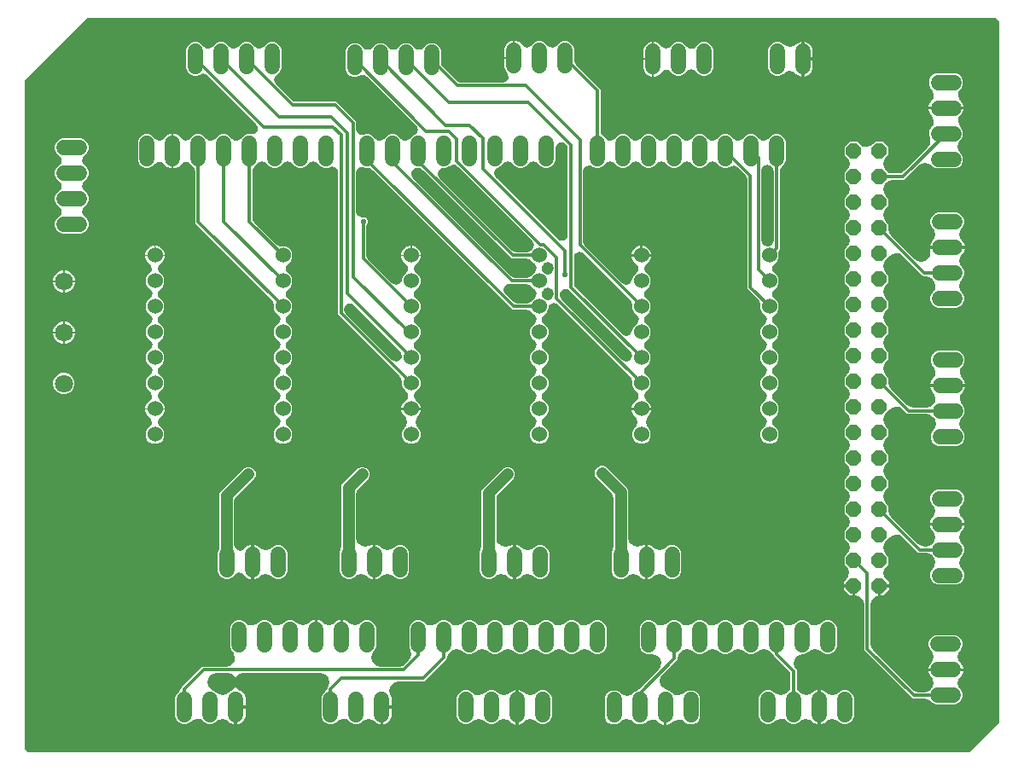
<source format=gbr>
G04 EAGLE Gerber RS-274X export*
G75*
%MOMM*%
%FSLAX34Y34*%
%LPD*%
%INBottom Copper*%
%IPPOS*%
%AMOC8*
5,1,8,0,0,1.08239X$1,22.5*%
G01*
G04 Define Apertures*
%ADD10C,1.524000*%
%ADD11P,1.64956X8X112.5*%
%ADD12C,1.524000*%
%ADD13C,1.800000*%
%ADD14C,0.304800*%
%ADD15C,1.160000*%
%ADD16C,0.550000*%
G36*
X941302Y4221D02*
X939039Y3762D01*
X9562Y3762D01*
X7471Y4152D01*
X5527Y5396D01*
X4221Y7300D01*
X3762Y9562D01*
X3762Y669039D01*
X4186Y671216D01*
X5461Y673141D01*
X63860Y731539D01*
X65699Y732779D01*
X67961Y733238D01*
X965438Y733238D01*
X967529Y732848D01*
X969473Y731604D01*
X970779Y729700D01*
X971238Y727438D01*
X971238Y35961D01*
X970814Y33784D01*
X969539Y31860D01*
X943141Y5461D01*
X941302Y4221D01*
G37*
%LPC*%
G36*
X479780Y694062D02*
X488638Y694062D01*
X488638Y710540D01*
X487486Y710540D01*
X483951Y709075D01*
X481245Y706369D01*
X479780Y702834D01*
X479780Y694062D01*
G37*
G36*
X258481Y310456D02*
X262119Y310456D01*
X265480Y311848D01*
X268052Y314420D01*
X269444Y317781D01*
X269444Y321419D01*
X268052Y324780D01*
X264859Y327972D01*
X264756Y328039D01*
X263405Y329911D01*
X262892Y332161D01*
X263297Y334434D01*
X264556Y336368D01*
X264690Y336459D01*
X268052Y339820D01*
X269444Y343181D01*
X269444Y346819D01*
X268052Y350180D01*
X264859Y353372D01*
X264756Y353439D01*
X263405Y355311D01*
X262892Y357561D01*
X263297Y359834D01*
X264556Y361768D01*
X264690Y361859D01*
X268052Y365220D01*
X269444Y368581D01*
X269444Y372219D01*
X268052Y375580D01*
X264859Y378772D01*
X264756Y378839D01*
X263405Y380711D01*
X262892Y382961D01*
X263297Y385234D01*
X264556Y387168D01*
X264690Y387259D01*
X268052Y390620D01*
X269444Y393981D01*
X269444Y397619D01*
X268052Y400980D01*
X264859Y404172D01*
X264756Y404239D01*
X263405Y406111D01*
X262892Y408361D01*
X263297Y410634D01*
X264556Y412568D01*
X264690Y412659D01*
X268052Y416020D01*
X269444Y419381D01*
X269444Y423019D01*
X268052Y426380D01*
X264859Y429572D01*
X264756Y429639D01*
X263405Y431511D01*
X262892Y433761D01*
X263297Y436034D01*
X264556Y437968D01*
X264690Y438059D01*
X268052Y441420D01*
X269444Y444781D01*
X269444Y448419D01*
X268052Y451780D01*
X264859Y454972D01*
X264756Y455039D01*
X263405Y456911D01*
X262892Y459161D01*
X263297Y461434D01*
X264556Y463368D01*
X264690Y463459D01*
X268052Y466820D01*
X269444Y470181D01*
X269444Y473819D01*
X268052Y477180D01*
X264859Y480372D01*
X264756Y480439D01*
X263405Y482311D01*
X262892Y484561D01*
X263297Y486834D01*
X264556Y488768D01*
X264690Y488859D01*
X268052Y492220D01*
X269444Y495581D01*
X269444Y499219D01*
X268052Y502580D01*
X265480Y505152D01*
X262119Y506544D01*
X257869Y506544D01*
X255692Y506968D01*
X253768Y508243D01*
X231797Y530214D01*
X230557Y532053D01*
X230098Y534315D01*
X230098Y581094D01*
X230522Y583271D01*
X231797Y585195D01*
X235422Y588821D01*
X235489Y588924D01*
X237361Y590275D01*
X239611Y590788D01*
X241884Y590383D01*
X243818Y589124D01*
X243909Y588990D01*
X247270Y585628D01*
X250631Y584236D01*
X254269Y584236D01*
X257630Y585628D01*
X260822Y588821D01*
X260889Y588924D01*
X262761Y590275D01*
X265011Y590788D01*
X267284Y590383D01*
X269218Y589124D01*
X269309Y588990D01*
X272670Y585628D01*
X276031Y584236D01*
X279669Y584236D01*
X283030Y585628D01*
X286222Y588821D01*
X286289Y588924D01*
X288161Y590275D01*
X290411Y590788D01*
X292684Y590383D01*
X294618Y589124D01*
X294709Y588990D01*
X298070Y585628D01*
X301431Y584236D01*
X305069Y584236D01*
X306932Y585008D01*
X308967Y585447D01*
X311243Y585059D01*
X313187Y583816D01*
X314493Y581912D01*
X314952Y579649D01*
X314952Y439294D01*
X315416Y438173D01*
X376657Y376932D01*
X377897Y375093D01*
X378356Y372831D01*
X378356Y368581D01*
X379748Y365220D01*
X382831Y362138D01*
X384033Y360384D01*
X384529Y358129D01*
X384105Y355860D01*
X382831Y353935D01*
X379345Y350449D01*
X377880Y346914D01*
X377880Y345762D01*
X397120Y345762D01*
X397120Y346914D01*
X395655Y350449D01*
X392169Y353935D01*
X390967Y355690D01*
X390471Y357944D01*
X390895Y360213D01*
X392169Y362138D01*
X395252Y365220D01*
X396644Y368581D01*
X396644Y372219D01*
X395252Y375580D01*
X392059Y378772D01*
X391956Y378839D01*
X390605Y380711D01*
X390092Y382961D01*
X390497Y385234D01*
X391756Y387168D01*
X391890Y387259D01*
X395252Y390620D01*
X396644Y393981D01*
X396644Y397619D01*
X395252Y400980D01*
X392059Y404172D01*
X391956Y404239D01*
X390605Y406111D01*
X390092Y408361D01*
X390497Y410634D01*
X391756Y412568D01*
X391890Y412659D01*
X395252Y416020D01*
X396644Y419381D01*
X396644Y423019D01*
X395252Y426380D01*
X392059Y429572D01*
X391956Y429639D01*
X390605Y431511D01*
X390092Y433761D01*
X390497Y436034D01*
X391756Y437968D01*
X391890Y438059D01*
X395252Y441420D01*
X396644Y444781D01*
X396644Y448419D01*
X395252Y451780D01*
X392059Y454972D01*
X391956Y455039D01*
X390605Y456911D01*
X390092Y459161D01*
X390497Y461434D01*
X391756Y463368D01*
X391890Y463459D01*
X395252Y466820D01*
X396644Y470181D01*
X396644Y473819D01*
X395252Y477180D01*
X392169Y480262D01*
X390967Y482016D01*
X390471Y484271D01*
X390895Y486540D01*
X392169Y488465D01*
X395655Y491951D01*
X397120Y495486D01*
X397120Y496638D01*
X377880Y496638D01*
X377880Y495486D01*
X379345Y491951D01*
X382831Y488465D01*
X384033Y486711D01*
X384529Y484456D01*
X384105Y482187D01*
X382831Y480262D01*
X379748Y477180D01*
X378281Y473639D01*
X377999Y472053D01*
X376786Y470089D01*
X374903Y468753D01*
X372648Y468258D01*
X370379Y468681D01*
X368455Y469956D01*
X344747Y493664D01*
X343507Y495503D01*
X343048Y497765D01*
X343048Y526036D01*
X343490Y528256D01*
X344274Y530150D01*
X344274Y531850D01*
X343623Y533421D01*
X342421Y534623D01*
X340850Y535274D01*
X338848Y535274D01*
X336757Y535664D01*
X334813Y536908D01*
X333507Y538812D01*
X333048Y541074D01*
X333048Y579297D01*
X333421Y581345D01*
X334650Y583299D01*
X336543Y584620D01*
X338802Y585097D01*
X341068Y584656D01*
X342081Y584236D01*
X344951Y584236D01*
X347128Y583812D01*
X349052Y582537D01*
X487573Y444016D01*
X488694Y443552D01*
X502214Y443552D01*
X504391Y443128D01*
X506315Y441853D01*
X509941Y438228D01*
X510044Y438161D01*
X511395Y436289D01*
X511908Y434039D01*
X511503Y431766D01*
X510244Y429832D01*
X510110Y429741D01*
X506748Y426380D01*
X505356Y423019D01*
X505356Y419381D01*
X506748Y416020D01*
X509941Y412828D01*
X510044Y412761D01*
X511395Y410889D01*
X511908Y408639D01*
X511503Y406366D01*
X510244Y404432D01*
X510110Y404341D01*
X506748Y400980D01*
X505356Y397619D01*
X505356Y393981D01*
X506748Y390620D01*
X509941Y387428D01*
X510044Y387361D01*
X511395Y385489D01*
X511908Y383239D01*
X511503Y380966D01*
X510244Y379032D01*
X510110Y378941D01*
X506748Y375580D01*
X505356Y372219D01*
X505356Y368581D01*
X506748Y365220D01*
X509941Y362028D01*
X510044Y361961D01*
X511395Y360089D01*
X511908Y357839D01*
X511503Y355566D01*
X510244Y353632D01*
X510110Y353541D01*
X506748Y350180D01*
X505356Y346819D01*
X505356Y343181D01*
X506748Y339820D01*
X509941Y336628D01*
X510044Y336561D01*
X511395Y334689D01*
X511908Y332439D01*
X511503Y330166D01*
X510244Y328232D01*
X510110Y328141D01*
X506748Y324780D01*
X505356Y321419D01*
X505356Y317781D01*
X506748Y314420D01*
X509320Y311848D01*
X512681Y310456D01*
X516319Y310456D01*
X519680Y311848D01*
X522252Y314420D01*
X523644Y317781D01*
X523644Y321419D01*
X522252Y324780D01*
X519059Y327972D01*
X518956Y328039D01*
X517605Y329911D01*
X517092Y332161D01*
X517497Y334434D01*
X518756Y336368D01*
X518890Y336459D01*
X522252Y339820D01*
X523644Y343181D01*
X523644Y346819D01*
X522252Y350180D01*
X519059Y353372D01*
X518956Y353439D01*
X517605Y355311D01*
X517092Y357561D01*
X517497Y359834D01*
X518756Y361768D01*
X518890Y361859D01*
X522252Y365220D01*
X523644Y368581D01*
X523644Y372219D01*
X522252Y375580D01*
X519059Y378772D01*
X518956Y378839D01*
X517605Y380711D01*
X517092Y382961D01*
X517497Y385234D01*
X518756Y387168D01*
X518890Y387259D01*
X522252Y390620D01*
X523644Y393981D01*
X523644Y397619D01*
X522252Y400980D01*
X519059Y404172D01*
X518956Y404239D01*
X517605Y406111D01*
X517092Y408361D01*
X517497Y410634D01*
X518756Y412568D01*
X518890Y412659D01*
X522252Y416020D01*
X523644Y419381D01*
X523644Y423019D01*
X522252Y426380D01*
X519059Y429572D01*
X518956Y429639D01*
X517605Y431511D01*
X517092Y433761D01*
X517497Y436034D01*
X518756Y437968D01*
X518890Y438059D01*
X522252Y441420D01*
X523750Y445037D01*
X524001Y446447D01*
X525214Y448411D01*
X527097Y449747D01*
X529352Y450242D01*
X531621Y449819D01*
X533545Y448544D01*
X605157Y376932D01*
X606397Y375093D01*
X606856Y372831D01*
X606856Y368581D01*
X608248Y365220D01*
X611331Y362138D01*
X612533Y360384D01*
X613029Y358129D01*
X612605Y355860D01*
X611331Y353935D01*
X607845Y350449D01*
X606380Y346914D01*
X606380Y345762D01*
X625620Y345762D01*
X625620Y346914D01*
X624155Y350449D01*
X620669Y353935D01*
X619467Y355690D01*
X618971Y357944D01*
X619395Y360213D01*
X620669Y362138D01*
X623752Y365220D01*
X625144Y368581D01*
X625144Y372219D01*
X623752Y375580D01*
X620559Y378772D01*
X620456Y378839D01*
X619105Y380711D01*
X618592Y382961D01*
X618997Y385234D01*
X620256Y387168D01*
X620390Y387259D01*
X623752Y390620D01*
X625144Y393981D01*
X625144Y397619D01*
X623752Y400980D01*
X620559Y404172D01*
X620456Y404239D01*
X619105Y406111D01*
X618592Y408361D01*
X618997Y410634D01*
X620256Y412568D01*
X620390Y412659D01*
X623752Y416020D01*
X625144Y419381D01*
X625144Y423019D01*
X623752Y426380D01*
X620559Y429572D01*
X620456Y429639D01*
X619105Y431511D01*
X618592Y433761D01*
X618997Y436034D01*
X620256Y437968D01*
X620390Y438059D01*
X623752Y441420D01*
X625144Y444781D01*
X625144Y448419D01*
X623752Y451780D01*
X620559Y454972D01*
X620456Y455039D01*
X619105Y456911D01*
X618592Y459161D01*
X618997Y461434D01*
X620256Y463368D01*
X620390Y463459D01*
X623752Y466820D01*
X625144Y470181D01*
X625144Y473819D01*
X623752Y477180D01*
X620669Y480262D01*
X619467Y482016D01*
X618971Y484271D01*
X619395Y486540D01*
X620669Y488465D01*
X624155Y491951D01*
X625620Y495486D01*
X625620Y496638D01*
X606380Y496638D01*
X606380Y495486D01*
X607845Y491951D01*
X611331Y488465D01*
X612533Y486711D01*
X613029Y484456D01*
X612605Y482187D01*
X611331Y480262D01*
X608248Y477180D01*
X606781Y473639D01*
X606499Y472053D01*
X605286Y470089D01*
X603403Y468753D01*
X601148Y468258D01*
X598879Y468681D01*
X596955Y469956D01*
X559747Y507164D01*
X558507Y509003D01*
X558048Y511265D01*
X558048Y580898D01*
X558405Y582902D01*
X559618Y584866D01*
X561501Y586202D01*
X563756Y586697D01*
X566025Y586274D01*
X566465Y585982D01*
X570681Y584236D01*
X574319Y584236D01*
X577680Y585628D01*
X580872Y588821D01*
X580939Y588924D01*
X582811Y590275D01*
X585061Y590788D01*
X587334Y590383D01*
X589268Y589124D01*
X589359Y588990D01*
X592720Y585628D01*
X596081Y584236D01*
X599719Y584236D01*
X603080Y585628D01*
X606272Y588821D01*
X606339Y588924D01*
X608211Y590275D01*
X610461Y590788D01*
X612734Y590383D01*
X614668Y589124D01*
X614759Y588990D01*
X618120Y585628D01*
X621481Y584236D01*
X625119Y584236D01*
X628480Y585628D01*
X631672Y588821D01*
X631739Y588924D01*
X633611Y590275D01*
X635861Y590788D01*
X638134Y590383D01*
X640068Y589124D01*
X640159Y588990D01*
X643520Y585628D01*
X646881Y584236D01*
X650519Y584236D01*
X653880Y585628D01*
X657072Y588821D01*
X657139Y588924D01*
X659011Y590275D01*
X661261Y590788D01*
X663534Y590383D01*
X665468Y589124D01*
X665559Y588990D01*
X668920Y585628D01*
X672281Y584236D01*
X675919Y584236D01*
X679280Y585628D01*
X682472Y588821D01*
X682539Y588924D01*
X684411Y590275D01*
X686661Y590788D01*
X688934Y590383D01*
X690868Y589124D01*
X690959Y588990D01*
X694320Y585628D01*
X697681Y584236D01*
X701319Y584236D01*
X705258Y585868D01*
X707385Y586309D01*
X709655Y585885D01*
X711579Y584610D01*
X719253Y576936D01*
X720493Y575097D01*
X720952Y572835D01*
X720952Y465394D01*
X721416Y464273D01*
X732157Y453532D01*
X733397Y451693D01*
X733856Y449431D01*
X733856Y444781D01*
X735248Y441420D01*
X738441Y438228D01*
X738544Y438161D01*
X739895Y436289D01*
X740408Y434039D01*
X740003Y431766D01*
X738744Y429832D01*
X738610Y429741D01*
X735248Y426380D01*
X733856Y423019D01*
X733856Y419381D01*
X735248Y416020D01*
X738441Y412828D01*
X738544Y412761D01*
X739895Y410889D01*
X740408Y408639D01*
X740003Y406366D01*
X738744Y404432D01*
X738610Y404341D01*
X735248Y400980D01*
X733856Y397619D01*
X733856Y393981D01*
X735248Y390620D01*
X738441Y387428D01*
X738544Y387361D01*
X739895Y385489D01*
X740408Y383239D01*
X740003Y380966D01*
X738744Y379032D01*
X738610Y378941D01*
X735248Y375580D01*
X733856Y372219D01*
X733856Y368581D01*
X735248Y365220D01*
X738441Y362028D01*
X738544Y361961D01*
X739895Y360089D01*
X740408Y357839D01*
X740003Y355566D01*
X738744Y353632D01*
X738610Y353541D01*
X735248Y350180D01*
X733856Y346819D01*
X733856Y343181D01*
X735248Y339820D01*
X738441Y336628D01*
X738544Y336561D01*
X739895Y334689D01*
X740408Y332439D01*
X740003Y330166D01*
X738744Y328232D01*
X738610Y328141D01*
X735248Y324780D01*
X733856Y321419D01*
X733856Y317781D01*
X735248Y314420D01*
X737820Y311848D01*
X741181Y310456D01*
X744819Y310456D01*
X748180Y311848D01*
X750752Y314420D01*
X752144Y317781D01*
X752144Y321419D01*
X750752Y324780D01*
X747559Y327972D01*
X747456Y328039D01*
X746105Y329911D01*
X745592Y332161D01*
X745997Y334434D01*
X747256Y336368D01*
X747390Y336459D01*
X750752Y339820D01*
X752144Y343181D01*
X752144Y346819D01*
X750752Y350180D01*
X747559Y353372D01*
X747456Y353439D01*
X746105Y355311D01*
X745592Y357561D01*
X745997Y359834D01*
X747256Y361768D01*
X747390Y361859D01*
X750752Y365220D01*
X752144Y368581D01*
X752144Y372219D01*
X750752Y375580D01*
X747559Y378772D01*
X747456Y378839D01*
X746105Y380711D01*
X745592Y382961D01*
X745997Y385234D01*
X747256Y387168D01*
X747390Y387259D01*
X750752Y390620D01*
X752144Y393981D01*
X752144Y397619D01*
X750752Y400980D01*
X747559Y404172D01*
X747456Y404239D01*
X746105Y406111D01*
X745592Y408361D01*
X745997Y410634D01*
X747256Y412568D01*
X747390Y412659D01*
X750752Y416020D01*
X752144Y419381D01*
X752144Y423019D01*
X750752Y426380D01*
X747559Y429572D01*
X747456Y429639D01*
X746105Y431511D01*
X745592Y433761D01*
X745997Y436034D01*
X747256Y437968D01*
X747390Y438059D01*
X750752Y441420D01*
X752144Y444781D01*
X752144Y448419D01*
X750752Y451780D01*
X747559Y454972D01*
X747456Y455039D01*
X746105Y456911D01*
X745592Y459161D01*
X745997Y461434D01*
X747256Y463368D01*
X747390Y463459D01*
X750752Y466820D01*
X752144Y470181D01*
X752144Y473819D01*
X750752Y477180D01*
X747559Y480372D01*
X747456Y480439D01*
X746105Y482311D01*
X745592Y484561D01*
X745997Y486834D01*
X747256Y488768D01*
X747390Y488859D01*
X750752Y492220D01*
X752144Y495581D01*
X752144Y500033D01*
X752586Y502253D01*
X753348Y504094D01*
X753348Y581094D01*
X753772Y583271D01*
X755047Y585195D01*
X758052Y588200D01*
X759444Y591561D01*
X759444Y610439D01*
X758052Y613800D01*
X755480Y616372D01*
X752119Y617764D01*
X748481Y617764D01*
X745120Y616372D01*
X741928Y613179D01*
X741861Y613076D01*
X739989Y611725D01*
X737739Y611212D01*
X735466Y611617D01*
X733532Y612876D01*
X733441Y613010D01*
X730080Y616372D01*
X726719Y617764D01*
X723081Y617764D01*
X719720Y616372D01*
X716528Y613179D01*
X716461Y613076D01*
X714589Y611725D01*
X712339Y611212D01*
X710066Y611617D01*
X708132Y612876D01*
X708041Y613010D01*
X704680Y616372D01*
X701319Y617764D01*
X697681Y617764D01*
X694320Y616372D01*
X691128Y613179D01*
X691061Y613076D01*
X689189Y611725D01*
X686939Y611212D01*
X684666Y611617D01*
X682732Y612876D01*
X682641Y613010D01*
X679280Y616372D01*
X675919Y617764D01*
X672281Y617764D01*
X668920Y616372D01*
X665728Y613179D01*
X665661Y613076D01*
X663789Y611725D01*
X661539Y611212D01*
X659266Y611617D01*
X657332Y612876D01*
X657241Y613010D01*
X653880Y616372D01*
X650519Y617764D01*
X646881Y617764D01*
X643520Y616372D01*
X640328Y613179D01*
X640261Y613076D01*
X638389Y611725D01*
X636139Y611212D01*
X633866Y611617D01*
X631932Y612876D01*
X631841Y613010D01*
X628480Y616372D01*
X625119Y617764D01*
X621481Y617764D01*
X618120Y616372D01*
X614928Y613179D01*
X614861Y613076D01*
X612989Y611725D01*
X610739Y611212D01*
X608466Y611617D01*
X606532Y612876D01*
X606441Y613010D01*
X603080Y616372D01*
X599719Y617764D01*
X596081Y617764D01*
X592720Y616372D01*
X589528Y613179D01*
X589461Y613076D01*
X587589Y611725D01*
X585339Y611212D01*
X583066Y611617D01*
X581132Y612876D01*
X581041Y613010D01*
X577247Y616805D01*
X576007Y618644D01*
X575548Y620906D01*
X575548Y661606D01*
X575084Y662727D01*
X551043Y686768D01*
X549803Y688607D01*
X549344Y690869D01*
X549344Y702739D01*
X547952Y706100D01*
X545380Y708672D01*
X542019Y710064D01*
X538381Y710064D01*
X535020Y708672D01*
X531828Y705479D01*
X531761Y705376D01*
X529889Y704025D01*
X527639Y703512D01*
X525366Y703917D01*
X523432Y705176D01*
X523341Y705310D01*
X519980Y708672D01*
X516619Y710064D01*
X512981Y710064D01*
X509620Y708672D01*
X506538Y705589D01*
X504784Y704387D01*
X502529Y703891D01*
X500260Y704315D01*
X498335Y705589D01*
X494849Y709075D01*
X491314Y710540D01*
X490162Y710540D01*
X490162Y692538D01*
X479780Y692538D01*
X479780Y683766D01*
X481245Y680231D01*
X482526Y678949D01*
X483691Y677279D01*
X484222Y675033D01*
X483835Y672757D01*
X482591Y670813D01*
X480687Y669507D01*
X478425Y669048D01*
X436765Y669048D01*
X434588Y669472D01*
X432664Y670747D01*
X418643Y684768D01*
X417403Y686607D01*
X416944Y688869D01*
X416944Y700739D01*
X415552Y704100D01*
X412980Y706672D01*
X409619Y708064D01*
X405981Y708064D01*
X402620Y706672D01*
X399428Y703479D01*
X399361Y703376D01*
X397489Y702025D01*
X395239Y701512D01*
X392966Y701917D01*
X391032Y703176D01*
X390941Y703310D01*
X387580Y706672D01*
X384219Y708064D01*
X380581Y708064D01*
X377220Y706672D01*
X374028Y703479D01*
X373961Y703376D01*
X372089Y702025D01*
X369839Y701512D01*
X367566Y701917D01*
X365632Y703176D01*
X365541Y703310D01*
X362180Y706672D01*
X358819Y708064D01*
X355181Y708064D01*
X351820Y706672D01*
X348628Y703479D01*
X348561Y703376D01*
X346689Y702025D01*
X344439Y701512D01*
X342166Y701917D01*
X340232Y703176D01*
X340141Y703310D01*
X336780Y706672D01*
X333419Y708064D01*
X329781Y708064D01*
X326420Y706672D01*
X323848Y704100D01*
X322456Y700739D01*
X322456Y681861D01*
X323848Y678500D01*
X326420Y675928D01*
X329781Y674536D01*
X333419Y674536D01*
X337358Y676168D01*
X339485Y676609D01*
X341755Y676185D01*
X343679Y674910D01*
X392361Y626229D01*
X393545Y624517D01*
X394058Y622266D01*
X393653Y619994D01*
X392393Y618059D01*
X390479Y616769D01*
X389520Y616372D01*
X386328Y613179D01*
X386261Y613076D01*
X384389Y611725D01*
X382139Y611212D01*
X379866Y611617D01*
X377932Y612876D01*
X377841Y613010D01*
X374480Y616372D01*
X371119Y617764D01*
X367481Y617764D01*
X364120Y616372D01*
X360928Y613179D01*
X360861Y613076D01*
X358989Y611725D01*
X356739Y611212D01*
X354466Y611617D01*
X352532Y612876D01*
X352441Y613010D01*
X349080Y616372D01*
X345719Y617764D01*
X342081Y617764D01*
X341068Y617344D01*
X339033Y616906D01*
X336757Y617293D01*
X334813Y618537D01*
X333507Y620440D01*
X333048Y622703D01*
X333048Y629606D01*
X332584Y630727D01*
X313727Y649584D01*
X312606Y650048D01*
X273365Y650048D01*
X271188Y650472D01*
X269264Y651747D01*
X253312Y667698D01*
X252128Y669410D01*
X251615Y671661D01*
X252020Y673934D01*
X253280Y675868D01*
X254629Y676778D01*
X257452Y679600D01*
X258844Y682961D01*
X258844Y701839D01*
X257452Y705200D01*
X254880Y707772D01*
X251519Y709164D01*
X247881Y709164D01*
X244520Y707772D01*
X241328Y704579D01*
X241261Y704476D01*
X239389Y703125D01*
X237139Y702612D01*
X234866Y703017D01*
X232932Y704276D01*
X232841Y704410D01*
X229480Y707772D01*
X226119Y709164D01*
X222481Y709164D01*
X219120Y707772D01*
X215928Y704579D01*
X215861Y704476D01*
X213989Y703125D01*
X211739Y702612D01*
X209466Y703017D01*
X207532Y704276D01*
X207441Y704410D01*
X204080Y707772D01*
X200719Y709164D01*
X197081Y709164D01*
X193720Y707772D01*
X190528Y704579D01*
X190461Y704476D01*
X188589Y703125D01*
X186339Y702612D01*
X184066Y703017D01*
X182132Y704276D01*
X182041Y704410D01*
X178680Y707772D01*
X175319Y709164D01*
X171681Y709164D01*
X168320Y707772D01*
X165748Y705200D01*
X164356Y701839D01*
X164356Y682961D01*
X165748Y679600D01*
X168320Y677028D01*
X171681Y675636D01*
X175319Y675636D01*
X179258Y677268D01*
X181385Y677709D01*
X183655Y677285D01*
X185579Y676010D01*
X233924Y627665D01*
X235089Y625995D01*
X235620Y623749D01*
X235233Y621473D01*
X233989Y619529D01*
X232085Y618223D01*
X229823Y617764D01*
X225231Y617764D01*
X221870Y616372D01*
X218678Y613179D01*
X218611Y613076D01*
X216739Y611725D01*
X214489Y611212D01*
X212216Y611617D01*
X210282Y612876D01*
X210191Y613010D01*
X206830Y616372D01*
X203469Y617764D01*
X199831Y617764D01*
X196470Y616372D01*
X193278Y613179D01*
X193211Y613076D01*
X191339Y611725D01*
X189089Y611212D01*
X186816Y611617D01*
X184882Y612876D01*
X184791Y613010D01*
X181430Y616372D01*
X178069Y617764D01*
X174431Y617764D01*
X171070Y616372D01*
X167988Y613289D01*
X166234Y612087D01*
X163979Y611591D01*
X161710Y612015D01*
X159785Y613289D01*
X156299Y616775D01*
X152764Y618240D01*
X151612Y618240D01*
X151612Y583760D01*
X152764Y583760D01*
X156299Y585225D01*
X159785Y588711D01*
X161540Y589913D01*
X163794Y590409D01*
X166063Y589985D01*
X167988Y588711D01*
X171503Y585195D01*
X172743Y583356D01*
X173202Y581094D01*
X173202Y530044D01*
X173666Y528923D01*
X249457Y453132D01*
X250697Y451293D01*
X251156Y449031D01*
X251156Y444781D01*
X252548Y441420D01*
X255741Y438228D01*
X255844Y438161D01*
X257195Y436289D01*
X257708Y434039D01*
X257303Y431766D01*
X256044Y429832D01*
X255910Y429741D01*
X252548Y426380D01*
X251156Y423019D01*
X251156Y419381D01*
X252548Y416020D01*
X255741Y412828D01*
X255844Y412761D01*
X257195Y410889D01*
X257708Y408639D01*
X257303Y406366D01*
X256044Y404432D01*
X255910Y404341D01*
X252548Y400980D01*
X251156Y397619D01*
X251156Y393981D01*
X252548Y390620D01*
X255741Y387428D01*
X255844Y387361D01*
X257195Y385489D01*
X257708Y383239D01*
X257303Y380966D01*
X256044Y379032D01*
X255910Y378941D01*
X252548Y375580D01*
X251156Y372219D01*
X251156Y368581D01*
X252548Y365220D01*
X255741Y362028D01*
X255844Y361961D01*
X257195Y360089D01*
X257708Y357839D01*
X257303Y355566D01*
X256044Y353632D01*
X255910Y353541D01*
X252548Y350180D01*
X251156Y346819D01*
X251156Y343181D01*
X252548Y339820D01*
X255741Y336628D01*
X255844Y336561D01*
X257195Y334689D01*
X257708Y332439D01*
X257303Y330166D01*
X256044Y328232D01*
X255910Y328141D01*
X252548Y324780D01*
X251156Y321419D01*
X251156Y317781D01*
X252548Y314420D01*
X255120Y311848D01*
X258481Y310456D01*
G37*
G36*
X617880Y693062D02*
X626738Y693062D01*
X626738Y709540D01*
X625586Y709540D01*
X622051Y708075D01*
X619345Y705369D01*
X617880Y701834D01*
X617880Y693062D01*
G37*
G36*
X774386Y675060D02*
X775538Y675060D01*
X775538Y709540D01*
X774386Y709540D01*
X770851Y708075D01*
X767365Y704589D01*
X765611Y703387D01*
X763356Y702891D01*
X761087Y703315D01*
X759162Y704589D01*
X756080Y707672D01*
X752719Y709064D01*
X749081Y709064D01*
X745720Y707672D01*
X743148Y705100D01*
X741756Y701739D01*
X741756Y682861D01*
X743148Y679500D01*
X745720Y676928D01*
X749081Y675536D01*
X752719Y675536D01*
X756080Y676928D01*
X759162Y680011D01*
X760916Y681213D01*
X763171Y681709D01*
X765440Y681285D01*
X767365Y680011D01*
X770851Y676525D01*
X774386Y675060D01*
G37*
G36*
X777062Y693062D02*
X785920Y693062D01*
X785920Y701834D01*
X784455Y705369D01*
X781749Y708075D01*
X778214Y709540D01*
X777062Y709540D01*
X777062Y693062D01*
G37*
G36*
X628262Y675060D02*
X629414Y675060D01*
X632949Y676525D01*
X636435Y680011D01*
X638190Y681213D01*
X640444Y681709D01*
X642713Y681285D01*
X644638Y680011D01*
X647720Y676928D01*
X651081Y675536D01*
X654719Y675536D01*
X658080Y676928D01*
X661272Y680121D01*
X661339Y680224D01*
X663211Y681575D01*
X665461Y682088D01*
X667734Y681683D01*
X669668Y680424D01*
X669759Y680290D01*
X673120Y676928D01*
X676481Y675536D01*
X680119Y675536D01*
X683480Y676928D01*
X686052Y679500D01*
X687444Y682861D01*
X687444Y701739D01*
X686052Y705100D01*
X683480Y707672D01*
X680119Y709064D01*
X676481Y709064D01*
X673120Y707672D01*
X669928Y704479D01*
X669861Y704376D01*
X667989Y703025D01*
X665739Y702512D01*
X663466Y702917D01*
X661532Y704176D01*
X661441Y704310D01*
X658080Y707672D01*
X654719Y709064D01*
X651081Y709064D01*
X647720Y707672D01*
X644638Y704589D01*
X642884Y703387D01*
X640629Y702891D01*
X638360Y703315D01*
X636435Y704589D01*
X632949Y708075D01*
X629414Y709540D01*
X628262Y709540D01*
X628262Y675060D01*
G37*
G36*
X625586Y675060D02*
X626738Y675060D01*
X626738Y691538D01*
X617880Y691538D01*
X617880Y682766D01*
X619345Y679231D01*
X622051Y676525D01*
X625586Y675060D01*
G37*
G36*
X777062Y675060D02*
X778214Y675060D01*
X781749Y676525D01*
X784455Y679231D01*
X785920Y682766D01*
X785920Y691538D01*
X777062Y691538D01*
X777062Y675060D01*
G37*
G36*
X900860Y644462D02*
X935340Y644462D01*
X935340Y645614D01*
X933875Y649149D01*
X930389Y652635D01*
X929187Y654390D01*
X928691Y656644D01*
X929115Y658913D01*
X930389Y660838D01*
X933472Y663920D01*
X934864Y667281D01*
X934864Y670919D01*
X933472Y674280D01*
X930900Y676852D01*
X927539Y678244D01*
X908661Y678244D01*
X905300Y676852D01*
X902728Y674280D01*
X901336Y670919D01*
X901336Y667281D01*
X902728Y663920D01*
X905811Y660838D01*
X907013Y659084D01*
X907509Y656829D01*
X907085Y654560D01*
X905811Y652635D01*
X902325Y649149D01*
X900860Y645614D01*
X900860Y644462D01*
G37*
G36*
X908443Y51456D02*
X927321Y51456D01*
X930682Y52848D01*
X933254Y55420D01*
X934646Y58781D01*
X934646Y62419D01*
X933254Y65780D01*
X930171Y68862D01*
X928969Y70616D01*
X928473Y72871D01*
X928897Y75140D01*
X930171Y77065D01*
X933657Y80551D01*
X935122Y84086D01*
X935122Y85238D01*
X900642Y85238D01*
X900642Y84086D01*
X902107Y80551D01*
X905593Y77065D01*
X906795Y75311D01*
X907291Y73056D01*
X906867Y70787D01*
X905593Y68862D01*
X902077Y65347D01*
X900238Y64107D01*
X897976Y63648D01*
X890065Y63648D01*
X887888Y64072D01*
X885964Y65347D01*
X844747Y106564D01*
X843507Y108403D01*
X843048Y110665D01*
X843048Y153780D01*
X843438Y155871D01*
X844682Y157815D01*
X846586Y159121D01*
X848848Y159580D01*
X851138Y159580D01*
X851138Y169962D01*
X861520Y169962D01*
X861520Y173185D01*
X856569Y178135D01*
X855367Y179890D01*
X854871Y182144D01*
X855295Y184413D01*
X856569Y186338D01*
X861044Y190812D01*
X861044Y198388D01*
X856233Y203199D01*
X855030Y204953D01*
X854535Y207208D01*
X854958Y209477D01*
X856233Y211401D01*
X861044Y216212D01*
X861044Y217943D01*
X861401Y219947D01*
X862614Y221911D01*
X864497Y223247D01*
X866752Y223742D01*
X869021Y223319D01*
X870945Y222044D01*
X890433Y202556D01*
X891554Y202092D01*
X899494Y202092D01*
X901671Y201668D01*
X903595Y200393D01*
X907221Y196768D01*
X907324Y196701D01*
X908675Y194829D01*
X909188Y192579D01*
X908783Y190306D01*
X907524Y188372D01*
X907390Y188281D01*
X904028Y184920D01*
X902636Y181559D01*
X902636Y177921D01*
X904028Y174560D01*
X906600Y171988D01*
X909961Y170596D01*
X928839Y170596D01*
X932200Y171988D01*
X934772Y174560D01*
X936164Y177921D01*
X936164Y181559D01*
X934772Y184920D01*
X931579Y188112D01*
X931476Y188179D01*
X930125Y190051D01*
X929612Y192301D01*
X930017Y194574D01*
X931276Y196508D01*
X931410Y196599D01*
X934772Y199960D01*
X936164Y203321D01*
X936164Y206959D01*
X934772Y210320D01*
X931689Y213402D01*
X930487Y215156D01*
X929991Y217411D01*
X930415Y219680D01*
X931689Y221605D01*
X935175Y225091D01*
X936640Y228626D01*
X936640Y229778D01*
X902160Y229778D01*
X902160Y228626D01*
X903625Y225091D01*
X907111Y221605D01*
X908313Y219851D01*
X908809Y217596D01*
X908385Y215327D01*
X907111Y213402D01*
X903595Y209887D01*
X901756Y208647D01*
X899494Y208188D01*
X895825Y208188D01*
X893648Y208612D01*
X891724Y209887D01*
X862743Y238868D01*
X861503Y240707D01*
X861044Y242969D01*
X861044Y249188D01*
X856233Y253999D01*
X855030Y255753D01*
X854535Y258008D01*
X854958Y260277D01*
X856233Y262201D01*
X861044Y267012D01*
X861044Y274588D01*
X856233Y279399D01*
X855030Y281153D01*
X854535Y283408D01*
X854958Y285677D01*
X856233Y287601D01*
X861044Y292412D01*
X861044Y299988D01*
X856233Y304799D01*
X855030Y306553D01*
X854535Y308808D01*
X854958Y311077D01*
X856233Y313001D01*
X861044Y317812D01*
X861044Y325388D01*
X856233Y330199D01*
X855030Y331953D01*
X854535Y334208D01*
X854958Y336477D01*
X856233Y338401D01*
X861044Y343212D01*
X861044Y344943D01*
X861401Y346947D01*
X862614Y348911D01*
X864497Y350247D01*
X866752Y350742D01*
X869021Y350319D01*
X870945Y349044D01*
X879573Y340416D01*
X880694Y339952D01*
X899894Y339952D01*
X902071Y339528D01*
X903995Y338253D01*
X907621Y334628D01*
X907724Y334561D01*
X909075Y332689D01*
X909588Y330439D01*
X909183Y328166D01*
X907924Y326232D01*
X907790Y326141D01*
X904428Y322780D01*
X903036Y319419D01*
X903036Y315781D01*
X904428Y312420D01*
X907000Y309848D01*
X910361Y308456D01*
X929239Y308456D01*
X932600Y309848D01*
X935172Y312420D01*
X936564Y315781D01*
X936564Y319419D01*
X935172Y322780D01*
X931979Y325972D01*
X931876Y326039D01*
X930525Y327911D01*
X930012Y330161D01*
X930417Y332434D01*
X931676Y334368D01*
X931810Y334459D01*
X935172Y337820D01*
X936564Y341181D01*
X936564Y344819D01*
X935172Y348180D01*
X932089Y351262D01*
X930887Y353016D01*
X930391Y355271D01*
X930815Y357540D01*
X932089Y359465D01*
X935575Y362951D01*
X937040Y366486D01*
X937040Y367638D01*
X902560Y367638D01*
X902560Y366486D01*
X904025Y362951D01*
X907511Y359465D01*
X908713Y357711D01*
X909209Y355456D01*
X908785Y353187D01*
X907511Y351262D01*
X903995Y347747D01*
X902156Y346507D01*
X899894Y346048D01*
X884965Y346048D01*
X882788Y346472D01*
X880864Y347747D01*
X862743Y365868D01*
X861503Y367707D01*
X861044Y369969D01*
X861044Y376188D01*
X856233Y380999D01*
X855030Y382753D01*
X854535Y385008D01*
X854958Y387277D01*
X856233Y389201D01*
X861044Y394012D01*
X861044Y401588D01*
X856233Y406399D01*
X855030Y408153D01*
X854535Y410408D01*
X854958Y412677D01*
X856233Y414601D01*
X861044Y419412D01*
X861044Y426988D01*
X856233Y431799D01*
X855030Y433553D01*
X854535Y435808D01*
X854958Y438077D01*
X856233Y440001D01*
X861044Y444812D01*
X861044Y452388D01*
X856233Y457199D01*
X855030Y458953D01*
X854535Y461208D01*
X854958Y463477D01*
X856233Y465401D01*
X861044Y470212D01*
X861044Y477788D01*
X856233Y482599D01*
X855030Y484353D01*
X854535Y486608D01*
X854958Y488877D01*
X856233Y490801D01*
X861044Y495612D01*
X861044Y497343D01*
X861401Y499347D01*
X862614Y501311D01*
X864497Y502647D01*
X866752Y503142D01*
X869021Y502719D01*
X870945Y501444D01*
X895173Y477216D01*
X896294Y476752D01*
X899594Y476752D01*
X901771Y476328D01*
X903695Y475053D01*
X907321Y471428D01*
X907424Y471361D01*
X908775Y469489D01*
X909288Y467239D01*
X908883Y464966D01*
X907624Y463032D01*
X907490Y462941D01*
X904128Y459580D01*
X902736Y456219D01*
X902736Y452581D01*
X904128Y449220D01*
X906700Y446648D01*
X910061Y445256D01*
X928939Y445256D01*
X932300Y446648D01*
X934872Y449220D01*
X936264Y452581D01*
X936264Y456219D01*
X934872Y459580D01*
X931679Y462772D01*
X931576Y462839D01*
X930225Y464711D01*
X929712Y466961D01*
X930117Y469234D01*
X931376Y471168D01*
X931510Y471259D01*
X934872Y474620D01*
X936264Y477981D01*
X936264Y481619D01*
X934872Y484980D01*
X931789Y488062D01*
X930587Y489816D01*
X930091Y492071D01*
X930515Y494340D01*
X931789Y496265D01*
X935275Y499751D01*
X936740Y503286D01*
X936740Y504438D01*
X902260Y504438D01*
X902260Y503286D01*
X903725Y499751D01*
X907211Y496265D01*
X908413Y494511D01*
X908909Y492256D01*
X908485Y489987D01*
X907211Y488062D01*
X904181Y485032D01*
X902427Y483830D01*
X900172Y483334D01*
X897903Y483757D01*
X895978Y485032D01*
X862743Y518268D01*
X861503Y520107D01*
X861044Y522369D01*
X861044Y528588D01*
X856233Y533399D01*
X855030Y535153D01*
X854535Y537408D01*
X854958Y539677D01*
X856233Y541601D01*
X861044Y546412D01*
X861044Y553988D01*
X856233Y558799D01*
X855030Y560553D01*
X854535Y562808D01*
X854958Y565077D01*
X856233Y567001D01*
X860085Y570853D01*
X861924Y572093D01*
X864186Y572552D01*
X876006Y572552D01*
X877127Y573016D01*
X893398Y589288D01*
X895110Y590472D01*
X897361Y590985D01*
X899634Y590580D01*
X901568Y589320D01*
X902478Y587971D01*
X905300Y585148D01*
X908661Y583756D01*
X927539Y583756D01*
X930900Y585148D01*
X933472Y587720D01*
X934864Y591081D01*
X934864Y594719D01*
X933472Y598080D01*
X930279Y601272D01*
X930176Y601339D01*
X928825Y603211D01*
X928312Y605461D01*
X928717Y607734D01*
X929976Y609668D01*
X930110Y609759D01*
X933472Y613120D01*
X934864Y616481D01*
X934864Y620119D01*
X933472Y623480D01*
X930389Y626562D01*
X929187Y628316D01*
X928691Y630571D01*
X929115Y632840D01*
X930389Y634765D01*
X933875Y638251D01*
X935340Y641786D01*
X935340Y642938D01*
X900860Y642938D01*
X900860Y641786D01*
X902325Y638251D01*
X905811Y634765D01*
X907013Y633011D01*
X907509Y630756D01*
X907085Y628487D01*
X905811Y626562D01*
X902728Y623480D01*
X901336Y620119D01*
X901336Y616481D01*
X902968Y612542D01*
X903409Y610415D01*
X902985Y608145D01*
X901710Y606221D01*
X875836Y580347D01*
X873997Y579107D01*
X871735Y578648D01*
X864186Y578648D01*
X862009Y579072D01*
X860085Y580347D01*
X856233Y584199D01*
X855030Y585953D01*
X854535Y588208D01*
X854958Y590477D01*
X856233Y592401D01*
X861044Y597212D01*
X861044Y604788D01*
X855688Y610144D01*
X848112Y610144D01*
X843301Y605333D01*
X841547Y604130D01*
X839292Y603635D01*
X837023Y604058D01*
X835099Y605333D01*
X830288Y610144D01*
X822712Y610144D01*
X817356Y604788D01*
X817356Y597212D01*
X822167Y592401D01*
X823370Y590647D01*
X823865Y588392D01*
X823442Y586123D01*
X822167Y584199D01*
X817356Y579388D01*
X817356Y571812D01*
X822167Y567001D01*
X823370Y565247D01*
X823865Y562992D01*
X823442Y560723D01*
X822167Y558799D01*
X817356Y553988D01*
X817356Y546412D01*
X822167Y541601D01*
X823370Y539847D01*
X823865Y537592D01*
X823442Y535323D01*
X822167Y533399D01*
X817356Y528588D01*
X817356Y521012D01*
X822167Y516201D01*
X823370Y514447D01*
X823865Y512192D01*
X823442Y509923D01*
X822167Y507999D01*
X817356Y503188D01*
X817356Y495612D01*
X822167Y490801D01*
X823370Y489047D01*
X823865Y486792D01*
X823442Y484523D01*
X822167Y482599D01*
X817356Y477788D01*
X817356Y470212D01*
X822167Y465401D01*
X823370Y463647D01*
X823865Y461392D01*
X823442Y459123D01*
X822167Y457199D01*
X817356Y452388D01*
X817356Y444812D01*
X822167Y440001D01*
X823370Y438247D01*
X823865Y435992D01*
X823442Y433723D01*
X822167Y431799D01*
X817356Y426988D01*
X817356Y419412D01*
X822167Y414601D01*
X823370Y412847D01*
X823865Y410592D01*
X823442Y408323D01*
X822167Y406399D01*
X817356Y401588D01*
X817356Y394012D01*
X822167Y389201D01*
X823370Y387447D01*
X823865Y385192D01*
X823442Y382923D01*
X822167Y380999D01*
X817356Y376188D01*
X817356Y368612D01*
X822167Y363801D01*
X823370Y362047D01*
X823865Y359792D01*
X823442Y357523D01*
X822167Y355599D01*
X817356Y350788D01*
X817356Y343212D01*
X822167Y338401D01*
X823370Y336647D01*
X823865Y334392D01*
X823442Y332123D01*
X822167Y330199D01*
X817356Y325388D01*
X817356Y317812D01*
X822167Y313001D01*
X823370Y311247D01*
X823865Y308992D01*
X823442Y306723D01*
X822167Y304799D01*
X817356Y299988D01*
X817356Y292412D01*
X822167Y287601D01*
X823370Y285847D01*
X823865Y283592D01*
X823442Y281323D01*
X822167Y279399D01*
X817356Y274588D01*
X817356Y267012D01*
X822167Y262201D01*
X823370Y260447D01*
X823865Y258192D01*
X823442Y255923D01*
X822167Y253999D01*
X817356Y249188D01*
X817356Y241612D01*
X822167Y236801D01*
X823370Y235047D01*
X823865Y232792D01*
X823442Y230523D01*
X822167Y228599D01*
X817356Y223788D01*
X817356Y216212D01*
X822167Y211401D01*
X823370Y209647D01*
X823865Y207392D01*
X823442Y205123D01*
X822167Y203199D01*
X817356Y198388D01*
X817356Y190812D01*
X821831Y186338D01*
X823033Y184584D01*
X823529Y182329D01*
X823105Y180060D01*
X821831Y178135D01*
X816880Y173185D01*
X816880Y169962D01*
X827262Y169962D01*
X827262Y159580D01*
X831152Y159580D01*
X833243Y159190D01*
X835187Y157946D01*
X836493Y156042D01*
X836952Y153780D01*
X836952Y106394D01*
X837416Y105273D01*
X884673Y58016D01*
X885794Y57552D01*
X897976Y57552D01*
X900153Y57128D01*
X902077Y55853D01*
X905082Y52848D01*
X908443Y51456D01*
G37*
G36*
X148936Y583760D02*
X150088Y583760D01*
X150088Y618240D01*
X148936Y618240D01*
X145401Y616775D01*
X141915Y613289D01*
X140161Y612087D01*
X137906Y611591D01*
X135637Y612015D01*
X133712Y613289D01*
X130630Y616372D01*
X127269Y617764D01*
X123631Y617764D01*
X120270Y616372D01*
X117698Y613800D01*
X116306Y610439D01*
X116306Y591561D01*
X117698Y588200D01*
X120270Y585628D01*
X123631Y584236D01*
X127269Y584236D01*
X130630Y585628D01*
X133712Y588711D01*
X135466Y589913D01*
X137721Y590409D01*
X139990Y589985D01*
X141915Y588711D01*
X145401Y585225D01*
X148936Y583760D01*
G37*
G36*
X41461Y518956D02*
X60339Y518956D01*
X63700Y520348D01*
X66272Y522920D01*
X67664Y526281D01*
X67664Y529919D01*
X66272Y533280D01*
X63079Y536472D01*
X62976Y536539D01*
X61625Y538411D01*
X61112Y540661D01*
X61517Y542934D01*
X62776Y544868D01*
X62910Y544959D01*
X66272Y548320D01*
X67664Y551681D01*
X67664Y555319D01*
X66272Y558680D01*
X63079Y561872D01*
X62976Y561939D01*
X61625Y563811D01*
X61112Y566061D01*
X61517Y568334D01*
X62776Y570268D01*
X62910Y570359D01*
X66272Y573720D01*
X67664Y577081D01*
X67664Y580719D01*
X66272Y584080D01*
X63079Y587272D01*
X62976Y587339D01*
X61625Y589211D01*
X61112Y591461D01*
X61517Y593734D01*
X62776Y595668D01*
X62910Y595759D01*
X66272Y599120D01*
X67664Y602481D01*
X67664Y606119D01*
X66272Y609480D01*
X63700Y612052D01*
X60339Y613444D01*
X41461Y613444D01*
X38100Y612052D01*
X35528Y609480D01*
X34136Y606119D01*
X34136Y602481D01*
X35528Y599120D01*
X38721Y595928D01*
X38824Y595861D01*
X40175Y593989D01*
X40688Y591739D01*
X40283Y589466D01*
X39024Y587532D01*
X38890Y587441D01*
X35528Y584080D01*
X34136Y580719D01*
X34136Y577081D01*
X35528Y573720D01*
X38721Y570528D01*
X38824Y570461D01*
X40175Y568589D01*
X40688Y566339D01*
X40283Y564066D01*
X39024Y562132D01*
X38890Y562041D01*
X35528Y558680D01*
X34136Y555319D01*
X34136Y551681D01*
X35528Y548320D01*
X38721Y545128D01*
X38824Y545061D01*
X40175Y543189D01*
X40688Y540939D01*
X40283Y538666D01*
X39024Y536732D01*
X38890Y536641D01*
X35528Y533280D01*
X34136Y529919D01*
X34136Y526281D01*
X35528Y522920D01*
X38100Y520348D01*
X41461Y518956D01*
G37*
G36*
X902260Y505962D02*
X936740Y505962D01*
X936740Y507114D01*
X935275Y510649D01*
X931789Y514135D01*
X930587Y515890D01*
X930091Y518144D01*
X930515Y520413D01*
X931789Y522338D01*
X934872Y525420D01*
X936264Y528781D01*
X936264Y532419D01*
X934872Y535780D01*
X932300Y538352D01*
X928939Y539744D01*
X910061Y539744D01*
X906700Y538352D01*
X904128Y535780D01*
X902736Y532419D01*
X902736Y528781D01*
X904128Y525420D01*
X907211Y522338D01*
X908413Y520584D01*
X908909Y518329D01*
X908485Y516060D01*
X907211Y514135D01*
X903725Y510649D01*
X902260Y507114D01*
X902260Y505962D01*
G37*
G36*
X616762Y498162D02*
X625620Y498162D01*
X625620Y499314D01*
X624155Y502849D01*
X621449Y505555D01*
X617914Y507020D01*
X616762Y507020D01*
X616762Y498162D01*
G37*
G36*
X388262Y498162D02*
X397120Y498162D01*
X397120Y499314D01*
X395655Y502849D01*
X392949Y505555D01*
X389414Y507020D01*
X388262Y507020D01*
X388262Y498162D01*
G37*
G36*
X134062Y498162D02*
X142920Y498162D01*
X142920Y499314D01*
X141455Y502849D01*
X138749Y505555D01*
X135214Y507020D01*
X134062Y507020D01*
X134062Y498162D01*
G37*
G36*
X123680Y498162D02*
X132538Y498162D01*
X132538Y507020D01*
X131386Y507020D01*
X127851Y505555D01*
X125145Y502849D01*
X123680Y499314D01*
X123680Y498162D01*
G37*
G36*
X377880Y498162D02*
X386738Y498162D01*
X386738Y507020D01*
X385586Y507020D01*
X382051Y505555D01*
X379345Y502849D01*
X377880Y499314D01*
X377880Y498162D01*
G37*
G36*
X606380Y498162D02*
X615238Y498162D01*
X615238Y507020D01*
X614086Y507020D01*
X610551Y505555D01*
X607845Y502849D01*
X606380Y499314D01*
X606380Y498162D01*
G37*
G36*
X123680Y345762D02*
X142920Y345762D01*
X142920Y346914D01*
X141455Y350449D01*
X137969Y353935D01*
X136767Y355690D01*
X136271Y357944D01*
X136695Y360213D01*
X137969Y362138D01*
X141052Y365220D01*
X142444Y368581D01*
X142444Y372219D01*
X141052Y375580D01*
X137859Y378772D01*
X137756Y378839D01*
X136405Y380711D01*
X135892Y382961D01*
X136297Y385234D01*
X137556Y387168D01*
X137690Y387259D01*
X141052Y390620D01*
X142444Y393981D01*
X142444Y397619D01*
X141052Y400980D01*
X137859Y404172D01*
X137756Y404239D01*
X136405Y406111D01*
X135892Y408361D01*
X136297Y410634D01*
X137556Y412568D01*
X137690Y412659D01*
X141052Y416020D01*
X142444Y419381D01*
X142444Y423019D01*
X141052Y426380D01*
X137859Y429572D01*
X137756Y429639D01*
X136405Y431511D01*
X135892Y433761D01*
X136297Y436034D01*
X137556Y437968D01*
X137690Y438059D01*
X141052Y441420D01*
X142444Y444781D01*
X142444Y448419D01*
X141052Y451780D01*
X137859Y454972D01*
X137756Y455039D01*
X136405Y456911D01*
X135892Y459161D01*
X136297Y461434D01*
X137556Y463368D01*
X137690Y463459D01*
X141052Y466820D01*
X142444Y470181D01*
X142444Y473819D01*
X141052Y477180D01*
X137969Y480262D01*
X136767Y482016D01*
X136271Y484271D01*
X136695Y486540D01*
X137969Y488465D01*
X141455Y491951D01*
X142920Y495486D01*
X142920Y496638D01*
X123680Y496638D01*
X123680Y495486D01*
X125145Y491951D01*
X128631Y488465D01*
X129833Y486711D01*
X130329Y484456D01*
X129905Y482187D01*
X128631Y480262D01*
X125548Y477180D01*
X124156Y473819D01*
X124156Y470181D01*
X125548Y466820D01*
X128741Y463628D01*
X128844Y463561D01*
X130195Y461689D01*
X130708Y459439D01*
X130303Y457166D01*
X129044Y455232D01*
X128910Y455141D01*
X125548Y451780D01*
X124156Y448419D01*
X124156Y444781D01*
X125548Y441420D01*
X128741Y438228D01*
X128844Y438161D01*
X130195Y436289D01*
X130708Y434039D01*
X130303Y431766D01*
X129044Y429832D01*
X128910Y429741D01*
X125548Y426380D01*
X124156Y423019D01*
X124156Y419381D01*
X125548Y416020D01*
X128741Y412828D01*
X128844Y412761D01*
X130195Y410889D01*
X130708Y408639D01*
X130303Y406366D01*
X129044Y404432D01*
X128910Y404341D01*
X125548Y400980D01*
X124156Y397619D01*
X124156Y393981D01*
X125548Y390620D01*
X128741Y387428D01*
X128844Y387361D01*
X130195Y385489D01*
X130708Y383239D01*
X130303Y380966D01*
X129044Y379032D01*
X128910Y378941D01*
X125548Y375580D01*
X124156Y372219D01*
X124156Y368581D01*
X125548Y365220D01*
X128631Y362138D01*
X129833Y360384D01*
X130329Y358129D01*
X129905Y355860D01*
X128631Y353935D01*
X125145Y350449D01*
X123680Y346914D01*
X123680Y345762D01*
G37*
G36*
X32000Y472362D02*
X42238Y472362D01*
X42238Y482600D01*
X40812Y482600D01*
X36769Y480925D01*
X33675Y477831D01*
X32000Y473788D01*
X32000Y472362D01*
G37*
G36*
X43762Y472362D02*
X54000Y472362D01*
X54000Y473788D01*
X52325Y477831D01*
X49231Y480925D01*
X45188Y482600D01*
X43762Y482600D01*
X43762Y472362D01*
G37*
G36*
X43762Y460600D02*
X45188Y460600D01*
X49231Y462275D01*
X52325Y465369D01*
X54000Y469412D01*
X54000Y470838D01*
X43762Y470838D01*
X43762Y460600D01*
G37*
G36*
X40812Y460600D02*
X42238Y460600D01*
X42238Y470838D01*
X32000Y470838D01*
X32000Y469412D01*
X33675Y465369D01*
X36769Y462275D01*
X40812Y460600D01*
G37*
G36*
X43762Y421562D02*
X54000Y421562D01*
X54000Y422988D01*
X52325Y427031D01*
X49231Y430125D01*
X45188Y431800D01*
X43762Y431800D01*
X43762Y421562D01*
G37*
G36*
X32000Y421562D02*
X42238Y421562D01*
X42238Y431800D01*
X40812Y431800D01*
X36769Y430125D01*
X33675Y427031D01*
X32000Y422988D01*
X32000Y421562D01*
G37*
G36*
X40812Y409800D02*
X42238Y409800D01*
X42238Y420038D01*
X32000Y420038D01*
X32000Y418612D01*
X33675Y414569D01*
X36769Y411475D01*
X40812Y409800D01*
G37*
G36*
X43762Y409800D02*
X45188Y409800D01*
X49231Y411475D01*
X52325Y414569D01*
X54000Y418612D01*
X54000Y420038D01*
X43762Y420038D01*
X43762Y409800D01*
G37*
G36*
X902560Y369162D02*
X937040Y369162D01*
X937040Y370314D01*
X935575Y373849D01*
X932089Y377335D01*
X930887Y379090D01*
X930391Y381344D01*
X930815Y383613D01*
X932089Y385538D01*
X935172Y388620D01*
X936564Y391981D01*
X936564Y395619D01*
X935172Y398980D01*
X932600Y401552D01*
X929239Y402944D01*
X910361Y402944D01*
X907000Y401552D01*
X904428Y398980D01*
X903036Y395619D01*
X903036Y391981D01*
X904428Y388620D01*
X907511Y385538D01*
X908713Y383784D01*
X909209Y381529D01*
X908785Y379260D01*
X907511Y377335D01*
X904025Y373849D01*
X902560Y370314D01*
X902560Y369162D01*
G37*
G36*
X40907Y359476D02*
X45093Y359476D01*
X48961Y361078D01*
X51922Y364039D01*
X53524Y367907D01*
X53524Y372093D01*
X51922Y375961D01*
X48961Y378922D01*
X45093Y380524D01*
X40907Y380524D01*
X37039Y378922D01*
X34078Y375961D01*
X32476Y372093D01*
X32476Y367907D01*
X34078Y364039D01*
X37039Y361078D01*
X40907Y359476D01*
G37*
G36*
X614181Y310456D02*
X617819Y310456D01*
X621180Y311848D01*
X623752Y314420D01*
X625144Y317781D01*
X625144Y321419D01*
X623752Y324780D01*
X620669Y327862D01*
X619467Y329616D01*
X618971Y331871D01*
X619395Y334140D01*
X620669Y336065D01*
X624155Y339551D01*
X625620Y343086D01*
X625620Y344238D01*
X606380Y344238D01*
X606380Y343086D01*
X607845Y339551D01*
X611331Y336065D01*
X612533Y334311D01*
X613029Y332056D01*
X612605Y329787D01*
X611331Y327862D01*
X608248Y324780D01*
X606856Y321419D01*
X606856Y317781D01*
X608248Y314420D01*
X610820Y311848D01*
X614181Y310456D01*
G37*
G36*
X385681Y310456D02*
X389319Y310456D01*
X392680Y311848D01*
X395252Y314420D01*
X396644Y317781D01*
X396644Y321419D01*
X395252Y324780D01*
X392169Y327862D01*
X390967Y329616D01*
X390471Y331871D01*
X390895Y334140D01*
X392169Y336065D01*
X395655Y339551D01*
X397120Y343086D01*
X397120Y344238D01*
X377880Y344238D01*
X377880Y343086D01*
X379345Y339551D01*
X382831Y336065D01*
X384033Y334311D01*
X384529Y332056D01*
X384105Y329787D01*
X382831Y327862D01*
X379748Y324780D01*
X378356Y321419D01*
X378356Y317781D01*
X379748Y314420D01*
X382320Y311848D01*
X385681Y310456D01*
G37*
G36*
X131481Y310456D02*
X135119Y310456D01*
X138480Y311848D01*
X141052Y314420D01*
X142444Y317781D01*
X142444Y321419D01*
X141052Y324780D01*
X137969Y327862D01*
X136767Y329616D01*
X136271Y331871D01*
X136695Y334140D01*
X137969Y336065D01*
X141455Y339551D01*
X142920Y343086D01*
X142920Y344238D01*
X123680Y344238D01*
X123680Y343086D01*
X125145Y339551D01*
X128631Y336065D01*
X129833Y334311D01*
X130329Y332056D01*
X129905Y329787D01*
X128631Y327862D01*
X125548Y324780D01*
X124156Y321419D01*
X124156Y317781D01*
X125548Y314420D01*
X128120Y311848D01*
X131481Y310456D01*
G37*
G36*
X619086Y175760D02*
X620238Y175760D01*
X620238Y210240D01*
X619086Y210240D01*
X615551Y208775D01*
X612825Y206050D01*
X611155Y204885D01*
X608909Y204354D01*
X606633Y204741D01*
X604689Y205985D01*
X603383Y207889D01*
X602924Y210151D01*
X602924Y263857D01*
X601809Y266549D01*
X581149Y287209D01*
X578457Y288324D01*
X575543Y288324D01*
X572851Y287209D01*
X570791Y285149D01*
X569676Y282457D01*
X569676Y279543D01*
X570791Y276851D01*
X586577Y261065D01*
X587817Y259226D01*
X588276Y256964D01*
X588276Y207986D01*
X587835Y205767D01*
X586456Y202439D01*
X586456Y183561D01*
X587848Y180200D01*
X590420Y177628D01*
X593781Y176236D01*
X597419Y176236D01*
X600780Y177628D01*
X603862Y180711D01*
X605616Y181913D01*
X607871Y182409D01*
X610140Y181985D01*
X612065Y180711D01*
X615551Y177225D01*
X619086Y175760D01*
G37*
G36*
X349086Y175760D02*
X350238Y175760D01*
X350238Y210240D01*
X349086Y210240D01*
X345551Y208775D01*
X342825Y206050D01*
X341155Y204885D01*
X338909Y204354D01*
X336633Y204741D01*
X334689Y205985D01*
X333383Y207889D01*
X332924Y210151D01*
X332924Y261164D01*
X333348Y263341D01*
X334623Y265265D01*
X345209Y275851D01*
X346324Y278543D01*
X346324Y281457D01*
X345209Y284149D01*
X343149Y286209D01*
X340457Y287324D01*
X337543Y287324D01*
X334851Y286209D01*
X319391Y270749D01*
X318276Y268057D01*
X318276Y207986D01*
X317835Y205767D01*
X316456Y202439D01*
X316456Y183561D01*
X317848Y180200D01*
X320420Y177628D01*
X323781Y176236D01*
X327419Y176236D01*
X330780Y177628D01*
X333862Y180711D01*
X335616Y181913D01*
X337871Y182409D01*
X340140Y181985D01*
X342065Y180711D01*
X345551Y177225D01*
X349086Y175760D01*
G37*
G36*
X228086Y175760D02*
X229238Y175760D01*
X229238Y210240D01*
X228086Y210240D01*
X224551Y208775D01*
X221825Y206050D01*
X220155Y204885D01*
X217909Y204354D01*
X215633Y204741D01*
X213689Y205985D01*
X212383Y207889D01*
X211924Y210151D01*
X211924Y253164D01*
X212348Y255341D01*
X213623Y257265D01*
X232209Y275851D01*
X233324Y278543D01*
X233324Y281457D01*
X232209Y284149D01*
X230149Y286209D01*
X227457Y287324D01*
X224543Y287324D01*
X221851Y286209D01*
X198391Y262749D01*
X197276Y260057D01*
X197276Y207986D01*
X196835Y205767D01*
X195456Y202439D01*
X195456Y183561D01*
X196848Y180200D01*
X199420Y177628D01*
X202781Y176236D01*
X206419Y176236D01*
X209780Y177628D01*
X212862Y180711D01*
X214616Y181913D01*
X216871Y182409D01*
X219140Y181985D01*
X221065Y180711D01*
X224551Y177225D01*
X228086Y175760D01*
G37*
G36*
X488086Y175760D02*
X489238Y175760D01*
X489238Y210240D01*
X488086Y210240D01*
X484551Y208775D01*
X481825Y206050D01*
X480155Y204885D01*
X477909Y204354D01*
X475633Y204741D01*
X473689Y205985D01*
X472383Y207889D01*
X471924Y210151D01*
X471924Y256164D01*
X472348Y258341D01*
X473623Y260265D01*
X489209Y275851D01*
X490324Y278543D01*
X490324Y281457D01*
X489209Y284149D01*
X487149Y286209D01*
X484457Y287324D01*
X481543Y287324D01*
X478851Y286209D01*
X458391Y265749D01*
X457276Y263057D01*
X457276Y207986D01*
X456835Y205767D01*
X455456Y202439D01*
X455456Y183561D01*
X456848Y180200D01*
X459420Y177628D01*
X462781Y176236D01*
X466419Y176236D01*
X469780Y177628D01*
X472862Y180711D01*
X474616Y181913D01*
X476871Y182409D01*
X479140Y181985D01*
X481065Y180711D01*
X484551Y177225D01*
X488086Y175760D01*
G37*
G36*
X902160Y231302D02*
X936640Y231302D01*
X936640Y232454D01*
X935175Y235989D01*
X931689Y239475D01*
X930487Y241230D01*
X929991Y243484D01*
X930415Y245753D01*
X931689Y247678D01*
X934772Y250760D01*
X936164Y254121D01*
X936164Y257759D01*
X934772Y261120D01*
X932200Y263692D01*
X928839Y265084D01*
X909961Y265084D01*
X906600Y263692D01*
X904028Y261120D01*
X902636Y257759D01*
X902636Y254121D01*
X904028Y250760D01*
X907111Y247678D01*
X908313Y245924D01*
X908809Y243669D01*
X908385Y241400D01*
X907111Y239475D01*
X903625Y235989D01*
X902160Y232454D01*
X902160Y231302D01*
G37*
G36*
X351762Y175760D02*
X352914Y175760D01*
X356449Y177225D01*
X359935Y180711D01*
X361690Y181913D01*
X363944Y182409D01*
X366213Y181985D01*
X368138Y180711D01*
X371220Y177628D01*
X374581Y176236D01*
X378219Y176236D01*
X381580Y177628D01*
X384152Y180200D01*
X385544Y183561D01*
X385544Y202439D01*
X384152Y205800D01*
X381580Y208372D01*
X378219Y209764D01*
X374581Y209764D01*
X371220Y208372D01*
X368138Y205289D01*
X366384Y204087D01*
X364129Y203591D01*
X361860Y204015D01*
X359935Y205289D01*
X356449Y208775D01*
X352914Y210240D01*
X351762Y210240D01*
X351762Y175760D01*
G37*
G36*
X490762Y175760D02*
X491914Y175760D01*
X495449Y177225D01*
X498935Y180711D01*
X500690Y181913D01*
X502944Y182409D01*
X505213Y181985D01*
X507138Y180711D01*
X510220Y177628D01*
X513581Y176236D01*
X517219Y176236D01*
X520580Y177628D01*
X523152Y180200D01*
X524544Y183561D01*
X524544Y202439D01*
X523152Y205800D01*
X520580Y208372D01*
X517219Y209764D01*
X513581Y209764D01*
X510220Y208372D01*
X507138Y205289D01*
X505384Y204087D01*
X503129Y203591D01*
X500860Y204015D01*
X498935Y205289D01*
X495449Y208775D01*
X491914Y210240D01*
X490762Y210240D01*
X490762Y175760D01*
G37*
G36*
X230762Y175760D02*
X231914Y175760D01*
X235449Y177225D01*
X238935Y180711D01*
X240690Y181913D01*
X242944Y182409D01*
X245213Y181985D01*
X247138Y180711D01*
X250220Y177628D01*
X253581Y176236D01*
X257219Y176236D01*
X260580Y177628D01*
X263152Y180200D01*
X264544Y183561D01*
X264544Y202439D01*
X263152Y205800D01*
X260580Y208372D01*
X257219Y209764D01*
X253581Y209764D01*
X250220Y208372D01*
X247138Y205289D01*
X245384Y204087D01*
X243129Y203591D01*
X240860Y204015D01*
X238935Y205289D01*
X235449Y208775D01*
X231914Y210240D01*
X230762Y210240D01*
X230762Y175760D01*
G37*
G36*
X621762Y175760D02*
X622914Y175760D01*
X626449Y177225D01*
X629935Y180711D01*
X631690Y181913D01*
X633944Y182409D01*
X636213Y181985D01*
X638138Y180711D01*
X641220Y177628D01*
X644581Y176236D01*
X648219Y176236D01*
X651580Y177628D01*
X654152Y180200D01*
X655544Y183561D01*
X655544Y202439D01*
X654152Y205800D01*
X651580Y208372D01*
X648219Y209764D01*
X644581Y209764D01*
X641220Y208372D01*
X638138Y205289D01*
X636384Y204087D01*
X634129Y203591D01*
X631860Y204015D01*
X629935Y205289D01*
X626449Y208775D01*
X622914Y210240D01*
X621762Y210240D01*
X621762Y175760D01*
G37*
G36*
X822515Y159580D02*
X825738Y159580D01*
X825738Y168438D01*
X816880Y168438D01*
X816880Y165215D01*
X822515Y159580D01*
G37*
G36*
X852662Y159580D02*
X855885Y159580D01*
X861520Y165215D01*
X861520Y168438D01*
X852662Y168438D01*
X852662Y159580D01*
G37*
G36*
X291186Y101160D02*
X292338Y101160D01*
X292338Y135640D01*
X291186Y135640D01*
X287651Y134175D01*
X284165Y130689D01*
X282411Y129487D01*
X280156Y128991D01*
X277887Y129415D01*
X275962Y130689D01*
X272880Y133772D01*
X269519Y135164D01*
X265881Y135164D01*
X262520Y133772D01*
X259328Y130579D01*
X259261Y130476D01*
X257389Y129125D01*
X255139Y128612D01*
X252866Y129017D01*
X250932Y130276D01*
X250841Y130410D01*
X247480Y133772D01*
X244119Y135164D01*
X240481Y135164D01*
X237120Y133772D01*
X233928Y130579D01*
X233861Y130476D01*
X231989Y129125D01*
X229739Y128612D01*
X227466Y129017D01*
X225532Y130276D01*
X225441Y130410D01*
X222080Y133772D01*
X218719Y135164D01*
X215081Y135164D01*
X211720Y133772D01*
X209148Y131200D01*
X207756Y127839D01*
X207756Y108961D01*
X209148Y105600D01*
X211720Y103028D01*
X215081Y101636D01*
X218719Y101636D01*
X222080Y103028D01*
X225272Y106221D01*
X225339Y106324D01*
X227211Y107675D01*
X229461Y108188D01*
X231734Y107783D01*
X233668Y106524D01*
X233759Y106390D01*
X237120Y103028D01*
X240481Y101636D01*
X244119Y101636D01*
X247480Y103028D01*
X250672Y106221D01*
X250739Y106324D01*
X252611Y107675D01*
X254861Y108188D01*
X257134Y107783D01*
X259068Y106524D01*
X259159Y106390D01*
X262520Y103028D01*
X265881Y101636D01*
X269519Y101636D01*
X272880Y103028D01*
X275962Y106111D01*
X277716Y107313D01*
X279971Y107809D01*
X282240Y107385D01*
X284165Y106111D01*
X287651Y102625D01*
X291186Y101160D01*
G37*
G36*
X293862Y101160D02*
X295014Y101160D01*
X298549Y102625D01*
X301699Y105774D01*
X303453Y106977D01*
X305708Y107472D01*
X307977Y107049D01*
X309901Y105774D01*
X313051Y102625D01*
X316586Y101160D01*
X317738Y101160D01*
X317738Y135640D01*
X316586Y135640D01*
X313051Y134175D01*
X309901Y131026D01*
X308147Y129823D01*
X305892Y129328D01*
X303623Y129751D01*
X301699Y131026D01*
X298549Y134175D01*
X295014Y135640D01*
X293862Y135640D01*
X293862Y101160D01*
G37*
G36*
X319262Y101160D02*
X320414Y101160D01*
X323949Y102625D01*
X327435Y106111D01*
X329190Y107313D01*
X331444Y107809D01*
X333713Y107385D01*
X335638Y106111D01*
X338720Y103028D01*
X342081Y101636D01*
X345719Y101636D01*
X349080Y103028D01*
X351652Y105600D01*
X353044Y108961D01*
X353044Y127839D01*
X351652Y131200D01*
X349080Y133772D01*
X345719Y135164D01*
X342081Y135164D01*
X338720Y133772D01*
X335638Y130689D01*
X333884Y129487D01*
X331629Y128991D01*
X329360Y129415D01*
X327435Y130689D01*
X323949Y134175D01*
X320414Y135640D01*
X319262Y135640D01*
X319262Y101160D01*
G37*
G36*
X637686Y31360D02*
X638838Y31360D01*
X638838Y65840D01*
X637686Y65840D01*
X636909Y65518D01*
X634967Y65083D01*
X632685Y65434D01*
X630721Y66647D01*
X629386Y68529D01*
X628890Y70784D01*
X629313Y73053D01*
X630588Y74978D01*
X651284Y95673D01*
X651748Y96794D01*
X651748Y98494D01*
X652172Y100671D01*
X653447Y102595D01*
X657072Y106221D01*
X657139Y106324D01*
X659011Y107675D01*
X661261Y108188D01*
X663534Y107783D01*
X665468Y106524D01*
X665559Y106390D01*
X668920Y103028D01*
X672281Y101636D01*
X675919Y101636D01*
X679280Y103028D01*
X682472Y106221D01*
X682539Y106324D01*
X684411Y107675D01*
X686661Y108188D01*
X688934Y107783D01*
X690868Y106524D01*
X690959Y106390D01*
X694320Y103028D01*
X697681Y101636D01*
X701319Y101636D01*
X704680Y103028D01*
X707872Y106221D01*
X707939Y106324D01*
X709811Y107675D01*
X712061Y108188D01*
X714334Y107783D01*
X716268Y106524D01*
X716359Y106390D01*
X719720Y103028D01*
X723081Y101636D01*
X726719Y101636D01*
X730080Y103028D01*
X733272Y106221D01*
X733339Y106324D01*
X735211Y107675D01*
X737461Y108188D01*
X739734Y107783D01*
X741668Y106524D01*
X741759Y106390D01*
X745682Y102467D01*
X746206Y102120D01*
X747496Y100205D01*
X747716Y99673D01*
X762253Y85136D01*
X763493Y83297D01*
X763952Y81035D01*
X763952Y69006D01*
X763528Y66829D01*
X762253Y64905D01*
X758628Y61279D01*
X758561Y61176D01*
X756689Y59825D01*
X754439Y59312D01*
X752166Y59717D01*
X750232Y60976D01*
X750141Y61110D01*
X746780Y64472D01*
X743419Y65864D01*
X739781Y65864D01*
X736420Y64472D01*
X733848Y61900D01*
X732456Y58539D01*
X732456Y39661D01*
X733848Y36300D01*
X736420Y33728D01*
X739781Y32336D01*
X743419Y32336D01*
X746780Y33728D01*
X749972Y36921D01*
X750039Y37024D01*
X751911Y38375D01*
X754161Y38888D01*
X756434Y38483D01*
X758368Y37224D01*
X758459Y37090D01*
X761820Y33728D01*
X765181Y32336D01*
X768819Y32336D01*
X772180Y33728D01*
X775262Y36811D01*
X777016Y38013D01*
X779271Y38509D01*
X781540Y38085D01*
X783465Y36811D01*
X786951Y33325D01*
X790486Y31860D01*
X791638Y31860D01*
X791638Y66340D01*
X790486Y66340D01*
X786951Y64875D01*
X783465Y61389D01*
X781711Y60187D01*
X779456Y59691D01*
X777187Y60115D01*
X775262Y61389D01*
X771747Y64905D01*
X770507Y66744D01*
X770048Y69006D01*
X770048Y85306D01*
X769584Y86427D01*
X758332Y97678D01*
X757130Y99432D01*
X756634Y101687D01*
X757057Y103956D01*
X758332Y105881D01*
X758672Y106221D01*
X758739Y106324D01*
X760611Y107675D01*
X762861Y108188D01*
X765134Y107783D01*
X767068Y106524D01*
X767159Y106390D01*
X770520Y103028D01*
X773881Y101636D01*
X777519Y101636D01*
X780880Y103028D01*
X784072Y106221D01*
X784139Y106324D01*
X786011Y107675D01*
X788261Y108188D01*
X790534Y107783D01*
X792468Y106524D01*
X792559Y106390D01*
X795920Y103028D01*
X799281Y101636D01*
X802919Y101636D01*
X806280Y103028D01*
X808852Y105600D01*
X810244Y108961D01*
X810244Y127839D01*
X808852Y131200D01*
X806280Y133772D01*
X802919Y135164D01*
X799281Y135164D01*
X795920Y133772D01*
X792728Y130579D01*
X792661Y130476D01*
X790789Y129125D01*
X788539Y128612D01*
X786266Y129017D01*
X784332Y130276D01*
X784241Y130410D01*
X780880Y133772D01*
X777519Y135164D01*
X773881Y135164D01*
X770520Y133772D01*
X767328Y130579D01*
X767261Y130476D01*
X765389Y129125D01*
X763139Y128612D01*
X760866Y129017D01*
X758932Y130276D01*
X758841Y130410D01*
X755480Y133772D01*
X752119Y135164D01*
X748481Y135164D01*
X745120Y133772D01*
X741928Y130579D01*
X741861Y130476D01*
X739989Y129125D01*
X737739Y128612D01*
X735466Y129017D01*
X733532Y130276D01*
X733441Y130410D01*
X730080Y133772D01*
X726719Y135164D01*
X723081Y135164D01*
X719720Y133772D01*
X716528Y130579D01*
X716461Y130476D01*
X714589Y129125D01*
X712339Y128612D01*
X710066Y129017D01*
X708132Y130276D01*
X708041Y130410D01*
X704680Y133772D01*
X701319Y135164D01*
X697681Y135164D01*
X694320Y133772D01*
X691128Y130579D01*
X691061Y130476D01*
X689189Y129125D01*
X686939Y128612D01*
X684666Y129017D01*
X682732Y130276D01*
X682641Y130410D01*
X679280Y133772D01*
X675919Y135164D01*
X672281Y135164D01*
X668920Y133772D01*
X665728Y130579D01*
X665661Y130476D01*
X663789Y129125D01*
X661539Y128612D01*
X659266Y129017D01*
X657332Y130276D01*
X657241Y130410D01*
X653880Y133772D01*
X650519Y135164D01*
X646881Y135164D01*
X643520Y133772D01*
X640328Y130579D01*
X640261Y130476D01*
X638389Y129125D01*
X636139Y128612D01*
X633866Y129017D01*
X631932Y130276D01*
X631841Y130410D01*
X628480Y133772D01*
X625119Y135164D01*
X621481Y135164D01*
X618120Y133772D01*
X615548Y131200D01*
X614156Y127839D01*
X614156Y108961D01*
X615548Y105600D01*
X618120Y103028D01*
X621481Y101636D01*
X625119Y101636D01*
X628480Y103028D01*
X631672Y106221D01*
X631739Y106324D01*
X633611Y107675D01*
X635861Y108188D01*
X638134Y107783D01*
X640068Y106524D01*
X640159Y106390D01*
X642668Y103881D01*
X643870Y102127D01*
X644366Y99872D01*
X643943Y97603D01*
X642668Y95678D01*
X613150Y66160D01*
X611268Y64903D01*
X609020Y63972D01*
X605828Y60779D01*
X605761Y60676D01*
X603889Y59325D01*
X601639Y58812D01*
X599366Y59217D01*
X597432Y60476D01*
X597341Y60610D01*
X593980Y63972D01*
X590619Y65364D01*
X586981Y65364D01*
X583620Y63972D01*
X581048Y61400D01*
X579656Y58039D01*
X579656Y39161D01*
X581048Y35800D01*
X583620Y33228D01*
X586981Y31836D01*
X590619Y31836D01*
X593980Y33228D01*
X597172Y36421D01*
X597239Y36524D01*
X599111Y37875D01*
X601361Y38388D01*
X603634Y37983D01*
X605568Y36724D01*
X605659Y36590D01*
X609020Y33228D01*
X612381Y31836D01*
X616019Y31836D01*
X619380Y33228D01*
X622462Y36311D01*
X624216Y37513D01*
X626471Y38009D01*
X628740Y37585D01*
X630665Y36311D01*
X634151Y32825D01*
X637686Y31360D01*
G37*
G36*
X211486Y31860D02*
X212638Y31860D01*
X212638Y66340D01*
X211486Y66340D01*
X207951Y64875D01*
X204465Y61389D01*
X202711Y60187D01*
X200456Y59691D01*
X198187Y60115D01*
X196262Y61389D01*
X193180Y64472D01*
X189819Y65864D01*
X186181Y65864D01*
X182820Y64472D01*
X179628Y61279D01*
X179561Y61176D01*
X177689Y59825D01*
X175439Y59312D01*
X173166Y59717D01*
X171232Y60976D01*
X171141Y61110D01*
X170132Y62119D01*
X168930Y63873D01*
X168434Y66128D01*
X168857Y68397D01*
X170132Y70322D01*
X181064Y81253D01*
X182903Y82493D01*
X185165Y82952D01*
X305139Y82952D01*
X307143Y82595D01*
X309107Y81382D01*
X310443Y79499D01*
X310938Y77244D01*
X310515Y74975D01*
X309240Y73051D01*
X305016Y68827D01*
X304214Y66890D01*
X302956Y65008D01*
X299848Y61900D01*
X298456Y58539D01*
X298456Y39661D01*
X299848Y36300D01*
X302420Y33728D01*
X305781Y32336D01*
X309419Y32336D01*
X312780Y33728D01*
X315972Y36921D01*
X316039Y37024D01*
X317911Y38375D01*
X320161Y38888D01*
X322434Y38483D01*
X324368Y37224D01*
X324459Y37090D01*
X327820Y33728D01*
X331181Y32336D01*
X334819Y32336D01*
X338180Y33728D01*
X341262Y36811D01*
X343016Y38013D01*
X345271Y38509D01*
X347540Y38085D01*
X349465Y36811D01*
X352951Y33325D01*
X356486Y31860D01*
X357638Y31860D01*
X357638Y49862D01*
X368020Y49862D01*
X368020Y58634D01*
X366555Y62169D01*
X364246Y64479D01*
X363081Y66149D01*
X362550Y68395D01*
X362937Y70671D01*
X364181Y72615D01*
X366085Y73921D01*
X368347Y74380D01*
X400041Y74380D01*
X401161Y74844D01*
X422684Y96367D01*
X423148Y97487D01*
X423148Y98494D01*
X423572Y100671D01*
X424847Y102595D01*
X428472Y106221D01*
X428539Y106324D01*
X430411Y107675D01*
X432661Y108188D01*
X434934Y107783D01*
X436868Y106524D01*
X436959Y106390D01*
X440320Y103028D01*
X443681Y101636D01*
X447319Y101636D01*
X450680Y103028D01*
X453872Y106221D01*
X453939Y106324D01*
X455811Y107675D01*
X458061Y108188D01*
X460334Y107783D01*
X462268Y106524D01*
X462359Y106390D01*
X465720Y103028D01*
X469081Y101636D01*
X472719Y101636D01*
X476080Y103028D01*
X479272Y106221D01*
X479339Y106324D01*
X481211Y107675D01*
X483461Y108188D01*
X485734Y107783D01*
X487668Y106524D01*
X487759Y106390D01*
X491120Y103028D01*
X494481Y101636D01*
X498119Y101636D01*
X501480Y103028D01*
X504672Y106221D01*
X504739Y106324D01*
X506611Y107675D01*
X508861Y108188D01*
X511134Y107783D01*
X513068Y106524D01*
X513159Y106390D01*
X516520Y103028D01*
X519881Y101636D01*
X523519Y101636D01*
X526880Y103028D01*
X530072Y106221D01*
X530139Y106324D01*
X532011Y107675D01*
X534261Y108188D01*
X536534Y107783D01*
X538468Y106524D01*
X538559Y106390D01*
X541920Y103028D01*
X545281Y101636D01*
X548919Y101636D01*
X552280Y103028D01*
X555472Y106221D01*
X555539Y106324D01*
X557411Y107675D01*
X559661Y108188D01*
X561934Y107783D01*
X563868Y106524D01*
X563959Y106390D01*
X567320Y103028D01*
X570681Y101636D01*
X574319Y101636D01*
X577680Y103028D01*
X580252Y105600D01*
X581644Y108961D01*
X581644Y127839D01*
X580252Y131200D01*
X577680Y133772D01*
X574319Y135164D01*
X570681Y135164D01*
X567320Y133772D01*
X564128Y130579D01*
X564061Y130476D01*
X562189Y129125D01*
X559939Y128612D01*
X557666Y129017D01*
X555732Y130276D01*
X555641Y130410D01*
X552280Y133772D01*
X548919Y135164D01*
X545281Y135164D01*
X541920Y133772D01*
X538728Y130579D01*
X538661Y130476D01*
X536789Y129125D01*
X534539Y128612D01*
X532266Y129017D01*
X530332Y130276D01*
X530241Y130410D01*
X526880Y133772D01*
X523519Y135164D01*
X519881Y135164D01*
X516520Y133772D01*
X513328Y130579D01*
X513261Y130476D01*
X511389Y129125D01*
X509139Y128612D01*
X506866Y129017D01*
X504932Y130276D01*
X504841Y130410D01*
X501480Y133772D01*
X498119Y135164D01*
X494481Y135164D01*
X491120Y133772D01*
X487928Y130579D01*
X487861Y130476D01*
X485989Y129125D01*
X483739Y128612D01*
X481466Y129017D01*
X479532Y130276D01*
X479441Y130410D01*
X476080Y133772D01*
X472719Y135164D01*
X469081Y135164D01*
X465720Y133772D01*
X462528Y130579D01*
X462461Y130476D01*
X460589Y129125D01*
X458339Y128612D01*
X456066Y129017D01*
X454132Y130276D01*
X454041Y130410D01*
X450680Y133772D01*
X447319Y135164D01*
X443681Y135164D01*
X440320Y133772D01*
X437128Y130579D01*
X437061Y130476D01*
X435189Y129125D01*
X432939Y128612D01*
X430666Y129017D01*
X428732Y130276D01*
X428641Y130410D01*
X425280Y133772D01*
X421919Y135164D01*
X418281Y135164D01*
X414920Y133772D01*
X411728Y130579D01*
X411661Y130476D01*
X409789Y129125D01*
X407539Y128612D01*
X405266Y129017D01*
X403332Y130276D01*
X403241Y130410D01*
X399880Y133772D01*
X396519Y135164D01*
X392881Y135164D01*
X389520Y133772D01*
X386948Y131200D01*
X385556Y127839D01*
X385556Y108961D01*
X386948Y105600D01*
X387168Y105381D01*
X388370Y103627D01*
X388866Y101372D01*
X388443Y99103D01*
X387168Y97178D01*
X380736Y90747D01*
X378897Y89507D01*
X376635Y89048D01*
X180894Y89048D01*
X179773Y88584D01*
X160016Y68827D01*
X159214Y66890D01*
X157956Y65008D01*
X154848Y61900D01*
X153456Y58539D01*
X153456Y39661D01*
X154848Y36300D01*
X157420Y33728D01*
X160781Y32336D01*
X164419Y32336D01*
X167780Y33728D01*
X170972Y36921D01*
X171039Y37024D01*
X172911Y38375D01*
X175161Y38888D01*
X177434Y38483D01*
X179368Y37224D01*
X179459Y37090D01*
X182820Y33728D01*
X186181Y32336D01*
X189819Y32336D01*
X193180Y33728D01*
X196262Y36811D01*
X198016Y38013D01*
X200271Y38509D01*
X202540Y38085D01*
X204465Y36811D01*
X207951Y33325D01*
X211486Y31860D01*
G37*
G36*
X900642Y86762D02*
X935122Y86762D01*
X935122Y87914D01*
X933657Y91449D01*
X930171Y94935D01*
X928969Y96690D01*
X928473Y98944D01*
X928897Y101213D01*
X930171Y103138D01*
X933254Y106220D01*
X934646Y109581D01*
X934646Y113219D01*
X933254Y116580D01*
X930682Y119152D01*
X927321Y120544D01*
X908443Y120544D01*
X905082Y119152D01*
X902510Y116580D01*
X901118Y113219D01*
X901118Y109581D01*
X902510Y106220D01*
X905593Y103138D01*
X906795Y101384D01*
X907291Y99129D01*
X906867Y96860D01*
X905593Y94935D01*
X902107Y91449D01*
X900642Y87914D01*
X900642Y86762D01*
G37*
G36*
X793162Y31860D02*
X794314Y31860D01*
X797849Y33325D01*
X801335Y36811D01*
X803090Y38013D01*
X805344Y38509D01*
X807613Y38085D01*
X809538Y36811D01*
X812620Y33728D01*
X815981Y32336D01*
X819619Y32336D01*
X822980Y33728D01*
X825552Y36300D01*
X826944Y39661D01*
X826944Y58539D01*
X825552Y61900D01*
X822980Y64472D01*
X819619Y65864D01*
X815981Y65864D01*
X812620Y64472D01*
X809538Y61389D01*
X807784Y60187D01*
X805529Y59691D01*
X803260Y60115D01*
X801335Y61389D01*
X797849Y64875D01*
X794314Y66340D01*
X793162Y66340D01*
X793162Y31860D01*
G37*
G36*
X214162Y49862D02*
X223020Y49862D01*
X223020Y58634D01*
X221555Y62169D01*
X218849Y64875D01*
X215314Y66340D01*
X214162Y66340D01*
X214162Y49862D01*
G37*
G36*
X490686Y31660D02*
X491838Y31660D01*
X491838Y66140D01*
X490686Y66140D01*
X487151Y64675D01*
X483665Y61189D01*
X481911Y59987D01*
X479656Y59491D01*
X477387Y59915D01*
X475462Y61189D01*
X472380Y64272D01*
X469019Y65664D01*
X465381Y65664D01*
X462020Y64272D01*
X458828Y61079D01*
X458761Y60976D01*
X456889Y59625D01*
X454639Y59112D01*
X452366Y59517D01*
X450432Y60776D01*
X450341Y60910D01*
X446980Y64272D01*
X443619Y65664D01*
X439981Y65664D01*
X436620Y64272D01*
X434048Y61700D01*
X432656Y58339D01*
X432656Y39461D01*
X434048Y36100D01*
X436620Y33528D01*
X439981Y32136D01*
X443619Y32136D01*
X446980Y33528D01*
X450172Y36721D01*
X450239Y36824D01*
X452111Y38175D01*
X454361Y38688D01*
X456634Y38283D01*
X458568Y37024D01*
X458659Y36890D01*
X462020Y33528D01*
X465381Y32136D01*
X469019Y32136D01*
X472380Y33528D01*
X475462Y36611D01*
X477216Y37813D01*
X479471Y38309D01*
X481740Y37885D01*
X483665Y36611D01*
X487151Y33125D01*
X490686Y31660D01*
G37*
G36*
X493362Y31660D02*
X494514Y31660D01*
X498049Y33125D01*
X501535Y36611D01*
X503290Y37813D01*
X505544Y38309D01*
X507813Y37885D01*
X509738Y36611D01*
X512820Y33528D01*
X516181Y32136D01*
X519819Y32136D01*
X523180Y33528D01*
X525752Y36100D01*
X527144Y39461D01*
X527144Y58339D01*
X525752Y61700D01*
X523180Y64272D01*
X519819Y65664D01*
X516181Y65664D01*
X512820Y64272D01*
X509738Y61189D01*
X507984Y59987D01*
X505729Y59491D01*
X503460Y59915D01*
X501535Y61189D01*
X498049Y64675D01*
X494514Y66140D01*
X493362Y66140D01*
X493362Y31660D01*
G37*
G36*
X640362Y31360D02*
X641514Y31360D01*
X645049Y32825D01*
X648535Y36311D01*
X650290Y37513D01*
X652544Y38009D01*
X654813Y37585D01*
X656738Y36311D01*
X659820Y33228D01*
X663181Y31836D01*
X666819Y31836D01*
X670180Y33228D01*
X672752Y35800D01*
X674144Y39161D01*
X674144Y58039D01*
X672752Y61400D01*
X670180Y63972D01*
X666819Y65364D01*
X663181Y65364D01*
X659820Y63972D01*
X656738Y60889D01*
X654984Y59687D01*
X652729Y59191D01*
X650460Y59615D01*
X648535Y60889D01*
X645049Y64375D01*
X641514Y65840D01*
X640362Y65840D01*
X640362Y31360D01*
G37*
G36*
X214162Y31860D02*
X215314Y31860D01*
X218849Y33325D01*
X221555Y36031D01*
X223020Y39566D01*
X223020Y48338D01*
X214162Y48338D01*
X214162Y31860D01*
G37*
G36*
X359162Y31860D02*
X360314Y31860D01*
X363849Y33325D01*
X366555Y36031D01*
X368020Y39566D01*
X368020Y48338D01*
X359162Y48338D01*
X359162Y31860D01*
G37*
%LPD*%
G36*
X539499Y512357D02*
X537244Y511862D01*
X534975Y512285D01*
X533051Y513560D01*
X471542Y575068D01*
X470358Y576780D01*
X469845Y579031D01*
X470250Y581303D01*
X471510Y583238D01*
X473424Y584528D01*
X476080Y585628D01*
X479272Y588821D01*
X479339Y588924D01*
X481211Y590275D01*
X483461Y590788D01*
X485734Y590383D01*
X487668Y589124D01*
X487759Y588990D01*
X491120Y585628D01*
X494481Y584236D01*
X498119Y584236D01*
X501480Y585628D01*
X504672Y588821D01*
X504739Y588924D01*
X506611Y590275D01*
X508861Y590788D01*
X511134Y590383D01*
X513068Y589124D01*
X513159Y588990D01*
X516520Y585628D01*
X519881Y584236D01*
X523519Y584236D01*
X526880Y585628D01*
X529452Y588200D01*
X530844Y591561D01*
X530844Y603843D01*
X531201Y605847D01*
X532414Y607811D01*
X534297Y609147D01*
X536552Y609642D01*
X538821Y609219D01*
X540745Y607944D01*
X541253Y607436D01*
X542493Y605597D01*
X542952Y603335D01*
X542952Y517661D01*
X542595Y515657D01*
X541382Y513693D01*
X539499Y512357D01*
G37*
G36*
X504476Y500907D02*
X502214Y500448D01*
X491965Y500448D01*
X489788Y500872D01*
X487864Y502147D01*
X415676Y574335D01*
X414511Y576005D01*
X413980Y578251D01*
X414367Y580527D01*
X415611Y582471D01*
X417515Y583777D01*
X419777Y584236D01*
X421919Y584236D01*
X425280Y585628D01*
X425466Y585814D01*
X427220Y587017D01*
X429475Y587512D01*
X431744Y587089D01*
X433668Y585814D01*
X507724Y511758D01*
X508927Y510004D01*
X509422Y507750D01*
X508999Y505480D01*
X507724Y503556D01*
X506315Y502147D01*
X504476Y500907D01*
G37*
G36*
X743714Y507003D02*
X741452Y506544D01*
X740848Y506544D01*
X738757Y506934D01*
X736813Y508178D01*
X735507Y510082D01*
X735048Y512344D01*
X735048Y581698D01*
X735405Y583702D01*
X736618Y585666D01*
X738501Y587002D01*
X740756Y587497D01*
X743025Y587074D01*
X744949Y585799D01*
X745553Y585195D01*
X746793Y583356D01*
X747252Y581094D01*
X747252Y512344D01*
X746862Y510253D01*
X745618Y508309D01*
X743714Y507003D01*
G37*
G36*
X504476Y475507D02*
X502214Y475048D01*
X490965Y475048D01*
X488788Y475472D01*
X486864Y476747D01*
X389276Y574335D01*
X388111Y576005D01*
X387580Y578251D01*
X387967Y580527D01*
X389211Y582471D01*
X391115Y583777D01*
X393377Y584236D01*
X394751Y584236D01*
X396928Y583812D01*
X398852Y582537D01*
X486573Y494816D01*
X487694Y494352D01*
X502214Y494352D01*
X504391Y493928D01*
X506315Y492653D01*
X509941Y489028D01*
X510044Y488961D01*
X511395Y487089D01*
X511908Y484839D01*
X511503Y482566D01*
X510244Y480632D01*
X510110Y480541D01*
X506315Y476747D01*
X504476Y475507D01*
G37*
G36*
X603403Y417953D02*
X601148Y417458D01*
X598879Y417881D01*
X596955Y419156D01*
X550747Y465364D01*
X549507Y467203D01*
X549048Y469465D01*
X549048Y495239D01*
X549405Y497243D01*
X550618Y499207D01*
X552501Y500543D01*
X554756Y501038D01*
X557025Y500615D01*
X558949Y499340D01*
X605157Y453132D01*
X606397Y451293D01*
X606856Y449031D01*
X606856Y444781D01*
X608248Y441420D01*
X611441Y438228D01*
X611544Y438161D01*
X612895Y436289D01*
X613408Y434039D01*
X613003Y431766D01*
X611744Y429832D01*
X611610Y429741D01*
X608248Y426380D01*
X606781Y422839D01*
X606499Y421253D01*
X605286Y419289D01*
X603403Y417953D01*
G37*
G36*
X525499Y479178D02*
X523244Y478683D01*
X520975Y479106D01*
X519189Y480289D01*
X518956Y480439D01*
X517605Y482311D01*
X517092Y484561D01*
X517497Y486834D01*
X518756Y488768D01*
X518890Y488859D01*
X519051Y489019D01*
X520721Y490184D01*
X522967Y490715D01*
X525243Y490328D01*
X527187Y489084D01*
X528493Y487180D01*
X528952Y484918D01*
X528952Y484482D01*
X528595Y482478D01*
X527382Y480514D01*
X525499Y479178D01*
G37*
G36*
X504476Y450107D02*
X502214Y449648D01*
X492965Y449648D01*
X490788Y450072D01*
X488864Y451347D01*
X480962Y459248D01*
X479817Y460876D01*
X479268Y463118D01*
X479637Y465397D01*
X480866Y467351D01*
X482759Y468672D01*
X485017Y469149D01*
X486030Y468952D01*
X502214Y468952D01*
X504391Y468528D01*
X506315Y467253D01*
X509941Y463628D01*
X510044Y463561D01*
X511395Y461689D01*
X511908Y459439D01*
X511503Y457166D01*
X510244Y455232D01*
X510110Y455141D01*
X506315Y451347D01*
X504476Y450107D01*
G37*
G36*
X525499Y453778D02*
X523244Y453283D01*
X520975Y453706D01*
X519189Y454889D01*
X518956Y455039D01*
X517605Y456911D01*
X517092Y459161D01*
X517497Y461434D01*
X518756Y463368D01*
X518890Y463459D01*
X519051Y463619D01*
X520721Y464784D01*
X522967Y465315D01*
X525243Y464928D01*
X527187Y463684D01*
X528493Y461780D01*
X528952Y459518D01*
X528952Y459082D01*
X528595Y457078D01*
X527382Y455114D01*
X525499Y453778D01*
G37*
G36*
X603403Y392553D02*
X601148Y392058D01*
X598879Y392481D01*
X596955Y393756D01*
X536747Y453964D01*
X535507Y455803D01*
X535048Y458065D01*
X535048Y458439D01*
X535405Y460443D01*
X536618Y462407D01*
X538501Y463743D01*
X540756Y464238D01*
X543025Y463815D01*
X544949Y462540D01*
X605157Y402332D01*
X606397Y400493D01*
X606856Y398231D01*
X606856Y397857D01*
X606499Y395853D01*
X605286Y393889D01*
X603403Y392553D01*
G37*
G36*
X374903Y392553D02*
X372648Y392058D01*
X370379Y392481D01*
X368455Y393756D01*
X322747Y439464D01*
X321507Y441303D01*
X321048Y443565D01*
X321048Y443939D01*
X321405Y445943D01*
X322618Y447907D01*
X324501Y449243D01*
X326756Y449738D01*
X329025Y449315D01*
X330949Y448040D01*
X376657Y402332D01*
X377897Y400493D01*
X378356Y398231D01*
X378356Y397857D01*
X377999Y395853D01*
X376786Y393889D01*
X374903Y392553D01*
G37*
G36*
X841547Y578730D02*
X839292Y578235D01*
X837023Y578658D01*
X835099Y579933D01*
X830833Y584199D01*
X829630Y585953D01*
X829135Y588208D01*
X829558Y590477D01*
X830833Y592401D01*
X835099Y596667D01*
X836853Y597870D01*
X839108Y598365D01*
X841377Y597942D01*
X843301Y596667D01*
X847567Y592401D01*
X848770Y590647D01*
X849265Y588392D01*
X848842Y586123D01*
X847567Y584199D01*
X843301Y579933D01*
X841547Y578730D01*
G37*
G36*
X841547Y553330D02*
X839292Y552835D01*
X837023Y553258D01*
X835099Y554533D01*
X830833Y558799D01*
X829630Y560553D01*
X829135Y562808D01*
X829558Y565077D01*
X830833Y567001D01*
X835099Y571267D01*
X836853Y572470D01*
X839108Y572965D01*
X841377Y572542D01*
X843301Y571267D01*
X847567Y567001D01*
X848770Y565247D01*
X849265Y562992D01*
X848842Y560723D01*
X847567Y558799D01*
X843301Y554533D01*
X841547Y553330D01*
G37*
G36*
X841547Y527930D02*
X839292Y527435D01*
X837023Y527858D01*
X835099Y529133D01*
X830833Y533399D01*
X829630Y535153D01*
X829135Y537408D01*
X829558Y539677D01*
X830833Y541601D01*
X835099Y545867D01*
X836853Y547070D01*
X839108Y547565D01*
X841377Y547142D01*
X843301Y545867D01*
X847567Y541601D01*
X848770Y539847D01*
X849265Y537592D01*
X848842Y535323D01*
X847567Y533399D01*
X843301Y529133D01*
X841547Y527930D01*
G37*
G36*
X841547Y502530D02*
X839292Y502035D01*
X837023Y502458D01*
X835099Y503733D01*
X830833Y507999D01*
X829630Y509753D01*
X829135Y512008D01*
X829558Y514277D01*
X830833Y516201D01*
X835099Y520467D01*
X836853Y521670D01*
X839108Y522165D01*
X841377Y521742D01*
X843301Y520467D01*
X847567Y516201D01*
X848770Y514447D01*
X849265Y512192D01*
X848842Y509923D01*
X847567Y507999D01*
X843301Y503733D01*
X841547Y502530D01*
G37*
G36*
X841547Y477130D02*
X839292Y476635D01*
X837023Y477058D01*
X835099Y478333D01*
X830833Y482599D01*
X829630Y484353D01*
X829135Y486608D01*
X829558Y488877D01*
X830833Y490801D01*
X835099Y495067D01*
X836853Y496270D01*
X839108Y496765D01*
X841377Y496342D01*
X843301Y495067D01*
X847567Y490801D01*
X848770Y489047D01*
X849265Y486792D01*
X848842Y484523D01*
X847567Y482599D01*
X843301Y478333D01*
X841547Y477130D01*
G37*
G36*
X841547Y451730D02*
X839292Y451235D01*
X837023Y451658D01*
X835099Y452933D01*
X830833Y457199D01*
X829630Y458953D01*
X829135Y461208D01*
X829558Y463477D01*
X830833Y465401D01*
X835099Y469667D01*
X836853Y470870D01*
X839108Y471365D01*
X841377Y470942D01*
X843301Y469667D01*
X847567Y465401D01*
X848770Y463647D01*
X849265Y461392D01*
X848842Y459123D01*
X847567Y457199D01*
X843301Y452933D01*
X841547Y451730D01*
G37*
G36*
X841547Y426330D02*
X839292Y425835D01*
X837023Y426258D01*
X835099Y427533D01*
X830833Y431799D01*
X829630Y433553D01*
X829135Y435808D01*
X829558Y438077D01*
X830833Y440001D01*
X835099Y444267D01*
X836853Y445470D01*
X839108Y445965D01*
X841377Y445542D01*
X843301Y444267D01*
X847567Y440001D01*
X848770Y438247D01*
X849265Y435992D01*
X848842Y433723D01*
X847567Y431799D01*
X843301Y427533D01*
X841547Y426330D01*
G37*
G36*
X841547Y400930D02*
X839292Y400435D01*
X837023Y400858D01*
X835099Y402133D01*
X830833Y406399D01*
X829630Y408153D01*
X829135Y410408D01*
X829558Y412677D01*
X830833Y414601D01*
X835099Y418867D01*
X836853Y420070D01*
X839108Y420565D01*
X841377Y420142D01*
X843301Y418867D01*
X847567Y414601D01*
X848770Y412847D01*
X849265Y410592D01*
X848842Y408323D01*
X847567Y406399D01*
X843301Y402133D01*
X841547Y400930D01*
G37*
G36*
X841547Y375530D02*
X839292Y375035D01*
X837023Y375458D01*
X835099Y376733D01*
X830833Y380999D01*
X829630Y382753D01*
X829135Y385008D01*
X829558Y387277D01*
X830833Y389201D01*
X835099Y393467D01*
X836853Y394670D01*
X839108Y395165D01*
X841377Y394742D01*
X843301Y393467D01*
X847567Y389201D01*
X848770Y387447D01*
X849265Y385192D01*
X848842Y382923D01*
X847567Y380999D01*
X843301Y376733D01*
X841547Y375530D01*
G37*
G36*
X841547Y350130D02*
X839292Y349635D01*
X837023Y350058D01*
X835099Y351333D01*
X830833Y355599D01*
X829630Y357353D01*
X829135Y359608D01*
X829558Y361877D01*
X830833Y363801D01*
X835099Y368067D01*
X836853Y369270D01*
X839108Y369765D01*
X841377Y369342D01*
X843301Y368067D01*
X847567Y363801D01*
X848770Y362047D01*
X849265Y359792D01*
X848842Y357523D01*
X847567Y355599D01*
X843301Y351333D01*
X841547Y350130D01*
G37*
G36*
X841547Y324730D02*
X839292Y324235D01*
X837023Y324658D01*
X835099Y325933D01*
X830833Y330199D01*
X829630Y331953D01*
X829135Y334208D01*
X829558Y336477D01*
X830833Y338401D01*
X835099Y342667D01*
X836853Y343870D01*
X839108Y344365D01*
X841377Y343942D01*
X843301Y342667D01*
X847567Y338401D01*
X848770Y336647D01*
X849265Y334392D01*
X848842Y332123D01*
X847567Y330199D01*
X843301Y325933D01*
X841547Y324730D01*
G37*
G36*
X841547Y299330D02*
X839292Y298835D01*
X837023Y299258D01*
X835099Y300533D01*
X830833Y304799D01*
X829630Y306553D01*
X829135Y308808D01*
X829558Y311077D01*
X830833Y313001D01*
X835099Y317267D01*
X836853Y318470D01*
X839108Y318965D01*
X841377Y318542D01*
X843301Y317267D01*
X847567Y313001D01*
X848770Y311247D01*
X849265Y308992D01*
X848842Y306723D01*
X847567Y304799D01*
X843301Y300533D01*
X841547Y299330D01*
G37*
G36*
X841547Y273930D02*
X839292Y273435D01*
X837023Y273858D01*
X835099Y275133D01*
X830833Y279399D01*
X829630Y281153D01*
X829135Y283408D01*
X829558Y285677D01*
X830833Y287601D01*
X835099Y291867D01*
X836853Y293070D01*
X839108Y293565D01*
X841377Y293142D01*
X843301Y291867D01*
X847567Y287601D01*
X848770Y285847D01*
X849265Y283592D01*
X848842Y281323D01*
X847567Y279399D01*
X843301Y275133D01*
X841547Y273930D01*
G37*
G36*
X841547Y248530D02*
X839292Y248035D01*
X837023Y248458D01*
X835099Y249733D01*
X830833Y253999D01*
X829630Y255753D01*
X829135Y258008D01*
X829558Y260277D01*
X830833Y262201D01*
X835099Y266467D01*
X836853Y267670D01*
X839108Y268165D01*
X841377Y267742D01*
X843301Y266467D01*
X847567Y262201D01*
X848770Y260447D01*
X849265Y258192D01*
X848842Y255923D01*
X847567Y253999D01*
X843301Y249733D01*
X841547Y248530D01*
G37*
G36*
X841547Y223130D02*
X839292Y222635D01*
X837023Y223058D01*
X835099Y224333D01*
X830833Y228599D01*
X829630Y230353D01*
X829135Y232608D01*
X829558Y234877D01*
X830833Y236801D01*
X835099Y241067D01*
X836853Y242270D01*
X839108Y242765D01*
X841377Y242342D01*
X843301Y241067D01*
X847567Y236801D01*
X848770Y235047D01*
X849265Y232792D01*
X848842Y230523D01*
X847567Y228599D01*
X843301Y224333D01*
X841547Y223130D01*
G37*
G36*
X841547Y197730D02*
X839292Y197235D01*
X837023Y197658D01*
X835099Y198933D01*
X830833Y203199D01*
X829630Y204953D01*
X829135Y207208D01*
X829558Y209477D01*
X830833Y211401D01*
X835099Y215667D01*
X836853Y216870D01*
X839108Y217365D01*
X841377Y216942D01*
X843301Y215667D01*
X847567Y211401D01*
X848770Y209647D01*
X849265Y207392D01*
X848842Y205123D01*
X847567Y203199D01*
X843301Y198933D01*
X841547Y197730D01*
G37*
G36*
X398032Y80935D02*
X395770Y80476D01*
X393089Y80476D01*
X391085Y80833D01*
X389121Y82046D01*
X387785Y83929D01*
X387290Y86184D01*
X387713Y88453D01*
X388988Y90377D01*
X397284Y98673D01*
X398086Y100610D01*
X399344Y102492D01*
X403072Y106221D01*
X403139Y106324D01*
X405011Y107675D01*
X407261Y108188D01*
X409534Y107783D01*
X411468Y106524D01*
X411559Y106390D01*
X413721Y104227D01*
X414924Y102473D01*
X415419Y100219D01*
X414996Y97949D01*
X413721Y96025D01*
X399871Y82175D01*
X398032Y80935D01*
G37*
G36*
X322689Y59825D02*
X320439Y59312D01*
X318166Y59717D01*
X316232Y60976D01*
X316141Y61110D01*
X315132Y62119D01*
X313930Y63873D01*
X313434Y66128D01*
X313857Y68397D01*
X315132Y70322D01*
X317492Y72681D01*
X319331Y73921D01*
X321593Y74380D01*
X323726Y74380D01*
X325730Y74023D01*
X327694Y72810D01*
X329030Y70927D01*
X329525Y68672D01*
X329102Y66403D01*
X327827Y64479D01*
X324628Y61279D01*
X324561Y61176D01*
X322689Y59825D01*
G37*
G36*
X347711Y60187D02*
X345456Y59691D01*
X343187Y60115D01*
X341262Y61389D01*
X338173Y64479D01*
X337008Y66149D01*
X336477Y68395D01*
X336864Y70671D01*
X338108Y72615D01*
X340012Y73921D01*
X342274Y74380D01*
X348453Y74380D01*
X350457Y74023D01*
X352421Y72810D01*
X353757Y70927D01*
X354252Y68672D01*
X353829Y66403D01*
X352554Y64479D01*
X349465Y61389D01*
X347711Y60187D01*
G37*
G36*
X939541Y4486D02*
X935974Y3762D01*
X12906Y3762D01*
X9610Y4377D01*
X6544Y6338D01*
X4486Y9340D01*
X3762Y12906D01*
X3762Y28974D01*
X4430Y32406D01*
X6440Y35440D01*
X179846Y208846D01*
X182479Y210682D01*
X186021Y211520D01*
X189608Y210910D01*
X192674Y208948D01*
X194732Y205947D01*
X195456Y202380D01*
X195456Y183561D01*
X196848Y180200D01*
X199420Y177628D01*
X202781Y176236D01*
X206419Y176236D01*
X209780Y177628D01*
X210498Y178346D01*
X213263Y180242D01*
X216818Y181023D01*
X220395Y180356D01*
X223429Y178346D01*
X224551Y177225D01*
X228086Y175760D01*
X228476Y175760D01*
X228476Y210240D01*
X228086Y210240D01*
X224567Y208782D01*
X221359Y208091D01*
X217772Y208701D01*
X214706Y210662D01*
X212648Y213664D01*
X211924Y217230D01*
X211924Y237136D01*
X212592Y240568D01*
X214602Y243602D01*
X355829Y384829D01*
X358595Y386725D01*
X362149Y387506D01*
X365727Y386839D01*
X368761Y384829D01*
X375678Y377912D01*
X377632Y375012D01*
X378356Y371446D01*
X378356Y368581D01*
X379748Y365220D01*
X380466Y364502D01*
X382362Y361737D01*
X383143Y358182D01*
X382476Y354605D01*
X380466Y351571D01*
X379345Y350449D01*
X377880Y346914D01*
X377880Y346524D01*
X397120Y346524D01*
X397120Y346914D01*
X395655Y350449D01*
X394534Y351571D01*
X392638Y354336D01*
X391857Y357891D01*
X392524Y361468D01*
X394534Y364502D01*
X395252Y365220D01*
X396644Y368581D01*
X396644Y372219D01*
X395252Y375580D01*
X394197Y376634D01*
X392301Y379400D01*
X391520Y382954D01*
X392188Y386532D01*
X394197Y389566D01*
X395252Y390620D01*
X396644Y393981D01*
X396644Y397619D01*
X395252Y400980D01*
X394197Y402034D01*
X392301Y404800D01*
X391520Y408354D01*
X392188Y411932D01*
X394197Y414966D01*
X395252Y416020D01*
X396644Y419381D01*
X396644Y421856D01*
X397312Y425288D01*
X399322Y428322D01*
X444829Y473829D01*
X447595Y475725D01*
X451149Y476506D01*
X454727Y475839D01*
X457761Y473829D01*
X487573Y444016D01*
X488694Y443552D01*
X500829Y443552D01*
X504261Y442884D01*
X507295Y440874D01*
X507803Y440366D01*
X509699Y437600D01*
X510480Y434046D01*
X509812Y430468D01*
X507803Y427434D01*
X506748Y426380D01*
X505356Y423019D01*
X505356Y419381D01*
X506748Y416020D01*
X507803Y414966D01*
X509699Y412200D01*
X510480Y408646D01*
X509812Y405068D01*
X507803Y402034D01*
X506748Y400980D01*
X505356Y397619D01*
X505356Y393981D01*
X506748Y390620D01*
X507803Y389566D01*
X509699Y386800D01*
X510480Y383246D01*
X509812Y379668D01*
X507803Y376634D01*
X506748Y375580D01*
X505356Y372219D01*
X505356Y368581D01*
X506748Y365220D01*
X507803Y364166D01*
X509699Y361400D01*
X510480Y357846D01*
X509812Y354268D01*
X507803Y351234D01*
X506748Y350180D01*
X505356Y346819D01*
X505356Y343181D01*
X506748Y339820D01*
X507803Y338766D01*
X509699Y336000D01*
X510480Y332446D01*
X509812Y328868D01*
X507803Y325834D01*
X506748Y324780D01*
X505356Y321419D01*
X505356Y317781D01*
X506748Y314420D01*
X509320Y311848D01*
X512681Y310456D01*
X516319Y310456D01*
X519680Y311848D01*
X522252Y314420D01*
X523644Y317781D01*
X523644Y321419D01*
X522252Y324780D01*
X521197Y325834D01*
X519301Y328600D01*
X518520Y332154D01*
X519188Y335732D01*
X521197Y338766D01*
X522252Y339820D01*
X523644Y343181D01*
X523644Y346819D01*
X522252Y350180D01*
X521197Y351234D01*
X519301Y354000D01*
X518520Y357554D01*
X519188Y361132D01*
X521197Y364166D01*
X522252Y365220D01*
X523644Y368581D01*
X523644Y372219D01*
X522252Y375580D01*
X521197Y376634D01*
X519301Y379400D01*
X518520Y382954D01*
X519188Y386532D01*
X521197Y389566D01*
X522252Y390620D01*
X523644Y393981D01*
X523644Y397619D01*
X522252Y400980D01*
X521197Y402034D01*
X519301Y404800D01*
X518520Y408354D01*
X519188Y411932D01*
X521197Y414966D01*
X522252Y416020D01*
X523644Y419381D01*
X523644Y423019D01*
X522252Y426380D01*
X521197Y427434D01*
X519301Y430200D01*
X518520Y433754D01*
X519188Y437332D01*
X521197Y440366D01*
X522252Y441420D01*
X522409Y441800D01*
X524189Y444557D01*
X527157Y446663D01*
X530711Y447444D01*
X534289Y446776D01*
X537323Y444767D01*
X604178Y377912D01*
X606132Y375012D01*
X606856Y371446D01*
X606856Y368581D01*
X608248Y365220D01*
X608966Y364502D01*
X610862Y361737D01*
X611643Y358182D01*
X610976Y354605D01*
X608966Y351571D01*
X607845Y350449D01*
X606380Y346914D01*
X606380Y346524D01*
X625620Y346524D01*
X625620Y346914D01*
X624155Y350449D01*
X623034Y351571D01*
X621138Y354336D01*
X620357Y357891D01*
X621024Y361468D01*
X623034Y364502D01*
X623752Y365220D01*
X625144Y368581D01*
X625144Y372219D01*
X623752Y375580D01*
X622697Y376634D01*
X620801Y379400D01*
X620020Y382954D01*
X620688Y386532D01*
X622697Y389566D01*
X623752Y390620D01*
X625144Y393981D01*
X625144Y397619D01*
X623752Y400980D01*
X622697Y402034D01*
X620801Y404800D01*
X620020Y408354D01*
X620688Y411932D01*
X622697Y414966D01*
X623752Y416020D01*
X625144Y419381D01*
X625144Y423019D01*
X623752Y426380D01*
X622697Y427434D01*
X620801Y430200D01*
X620020Y433754D01*
X620688Y437332D01*
X622697Y440366D01*
X623752Y441420D01*
X625144Y444781D01*
X625144Y448419D01*
X623752Y451780D01*
X622697Y452834D01*
X620801Y455600D01*
X620020Y459154D01*
X620688Y462732D01*
X622697Y465766D01*
X623752Y466820D01*
X625144Y470181D01*
X625144Y473819D01*
X623752Y477180D01*
X623034Y477898D01*
X621138Y480663D01*
X620357Y484218D01*
X621024Y487795D01*
X623034Y490829D01*
X624155Y491951D01*
X625620Y495486D01*
X625620Y495876D01*
X606380Y495876D01*
X606380Y495486D01*
X607845Y491951D01*
X608966Y490829D01*
X610862Y488064D01*
X611643Y484509D01*
X610976Y480932D01*
X608966Y477898D01*
X608248Y477180D01*
X608062Y476729D01*
X606282Y473972D01*
X603314Y471867D01*
X599759Y471086D01*
X596182Y471753D01*
X593148Y473763D01*
X560726Y506184D01*
X558772Y509084D01*
X558048Y512650D01*
X558048Y575784D01*
X558637Y579012D01*
X560573Y582093D01*
X563558Y584175D01*
X567119Y584928D01*
X570670Y584236D01*
X574319Y584236D01*
X577680Y585628D01*
X578734Y586683D01*
X581500Y588579D01*
X585054Y589360D01*
X588632Y588692D01*
X591666Y586683D01*
X592720Y585628D01*
X596081Y584236D01*
X599719Y584236D01*
X603080Y585628D01*
X604134Y586683D01*
X606900Y588579D01*
X610454Y589360D01*
X614032Y588692D01*
X617066Y586683D01*
X618120Y585628D01*
X621481Y584236D01*
X625119Y584236D01*
X628480Y585628D01*
X629534Y586683D01*
X632300Y588579D01*
X635854Y589360D01*
X639432Y588692D01*
X642466Y586683D01*
X643520Y585628D01*
X646881Y584236D01*
X650519Y584236D01*
X653880Y585628D01*
X654934Y586683D01*
X657700Y588579D01*
X661254Y589360D01*
X664832Y588692D01*
X667866Y586683D01*
X668920Y585628D01*
X672281Y584236D01*
X675919Y584236D01*
X679280Y585628D01*
X680334Y586683D01*
X683100Y588579D01*
X686654Y589360D01*
X690232Y588692D01*
X693266Y586683D01*
X694320Y585628D01*
X697681Y584236D01*
X701319Y584236D01*
X703194Y585013D01*
X706547Y585708D01*
X710125Y585040D01*
X713159Y583031D01*
X718274Y577916D01*
X720228Y575016D01*
X720952Y571450D01*
X720952Y465394D01*
X721416Y464273D01*
X731178Y454512D01*
X733132Y451612D01*
X733856Y448046D01*
X733856Y444781D01*
X735248Y441420D01*
X736303Y440366D01*
X738199Y437600D01*
X738980Y434046D01*
X738312Y430468D01*
X736303Y427434D01*
X735248Y426380D01*
X733856Y423019D01*
X733856Y419381D01*
X735248Y416020D01*
X736303Y414966D01*
X738199Y412200D01*
X738980Y408646D01*
X738312Y405068D01*
X736303Y402034D01*
X735248Y400980D01*
X733856Y397619D01*
X733856Y393981D01*
X735248Y390620D01*
X736303Y389566D01*
X738199Y386800D01*
X738980Y383246D01*
X738312Y379668D01*
X736303Y376634D01*
X735248Y375580D01*
X733856Y372219D01*
X733856Y368581D01*
X735248Y365220D01*
X736303Y364166D01*
X738199Y361400D01*
X738980Y357846D01*
X738312Y354268D01*
X736303Y351234D01*
X735248Y350180D01*
X733856Y346819D01*
X733856Y343181D01*
X735248Y339820D01*
X736303Y338766D01*
X738199Y336000D01*
X738980Y332446D01*
X738312Y328868D01*
X736303Y325834D01*
X735248Y324780D01*
X733856Y321419D01*
X733856Y317781D01*
X735248Y314420D01*
X737820Y311848D01*
X741181Y310456D01*
X744819Y310456D01*
X748180Y311848D01*
X750752Y314420D01*
X752144Y317781D01*
X752144Y321419D01*
X750752Y324780D01*
X749697Y325834D01*
X747801Y328600D01*
X747020Y332154D01*
X747688Y335732D01*
X749697Y338766D01*
X750752Y339820D01*
X752144Y343181D01*
X752144Y346819D01*
X750752Y350180D01*
X749697Y351234D01*
X747801Y354000D01*
X747020Y357554D01*
X747688Y361132D01*
X749697Y364166D01*
X750752Y365220D01*
X752144Y368581D01*
X752144Y372219D01*
X750752Y375580D01*
X749697Y376634D01*
X747801Y379400D01*
X747020Y382954D01*
X747688Y386532D01*
X749697Y389566D01*
X750752Y390620D01*
X752144Y393981D01*
X752144Y397619D01*
X750752Y400980D01*
X749697Y402034D01*
X747801Y404800D01*
X747020Y408354D01*
X747688Y411932D01*
X749697Y414966D01*
X750752Y416020D01*
X752144Y419381D01*
X752144Y423019D01*
X750752Y426380D01*
X749697Y427434D01*
X747801Y430200D01*
X747020Y433754D01*
X747688Y437332D01*
X749697Y440366D01*
X750752Y441420D01*
X752144Y444781D01*
X752144Y448419D01*
X750752Y451780D01*
X749697Y452834D01*
X747801Y455600D01*
X747020Y459154D01*
X747688Y462732D01*
X749697Y465766D01*
X750752Y466820D01*
X752144Y470181D01*
X752144Y473819D01*
X750752Y477180D01*
X749697Y478234D01*
X747801Y481000D01*
X747020Y484554D01*
X747688Y488132D01*
X749697Y491166D01*
X750752Y492220D01*
X752144Y495581D01*
X752144Y499368D01*
X752840Y502867D01*
X753348Y504094D01*
X753348Y579709D01*
X754016Y583141D01*
X756026Y586175D01*
X758052Y588200D01*
X759444Y591561D01*
X759444Y610439D01*
X758052Y613800D01*
X755480Y616372D01*
X752119Y617764D01*
X748481Y617764D01*
X745120Y616372D01*
X744066Y615317D01*
X741300Y613421D01*
X737746Y612640D01*
X734168Y613308D01*
X731134Y615317D01*
X730080Y616372D01*
X726719Y617764D01*
X723081Y617764D01*
X719720Y616372D01*
X718666Y615317D01*
X715900Y613421D01*
X712346Y612640D01*
X708768Y613308D01*
X705734Y615317D01*
X704680Y616372D01*
X701319Y617764D01*
X697681Y617764D01*
X694320Y616372D01*
X693266Y615317D01*
X690500Y613421D01*
X686946Y612640D01*
X683368Y613308D01*
X680334Y615317D01*
X679280Y616372D01*
X675919Y617764D01*
X672281Y617764D01*
X668920Y616372D01*
X667866Y615317D01*
X665100Y613421D01*
X661546Y612640D01*
X657968Y613308D01*
X654934Y615317D01*
X653880Y616372D01*
X650519Y617764D01*
X646881Y617764D01*
X643520Y616372D01*
X642466Y615317D01*
X639700Y613421D01*
X636146Y612640D01*
X632568Y613308D01*
X629534Y615317D01*
X628480Y616372D01*
X625119Y617764D01*
X621481Y617764D01*
X618120Y616372D01*
X617066Y615317D01*
X614300Y613421D01*
X610746Y612640D01*
X607168Y613308D01*
X604134Y615317D01*
X602078Y617373D01*
X601859Y617515D01*
X599753Y620483D01*
X598972Y624038D01*
X599640Y627615D01*
X601649Y630649D01*
X643858Y672858D01*
X646757Y674812D01*
X650324Y675536D01*
X654719Y675536D01*
X658080Y676928D01*
X659134Y677983D01*
X661900Y679879D01*
X665454Y680660D01*
X669032Y679992D01*
X672066Y677983D01*
X673120Y676928D01*
X676481Y675536D01*
X680119Y675536D01*
X683480Y676928D01*
X686052Y679500D01*
X687444Y682861D01*
X687444Y701739D01*
X685475Y706492D01*
X684780Y709846D01*
X685447Y713423D01*
X687457Y716457D01*
X701560Y730560D01*
X704459Y732514D01*
X708026Y733238D01*
X961856Y733238D01*
X965152Y732623D01*
X968218Y730662D01*
X970276Y727660D01*
X971000Y724094D01*
X971000Y38788D01*
X970332Y35356D01*
X968322Y32322D01*
X942440Y6440D01*
X939541Y4486D01*
G37*
%LPC*%
G36*
X774386Y675060D02*
X774776Y675060D01*
X774776Y709540D01*
X774386Y709540D01*
X770851Y708075D01*
X769729Y706954D01*
X766964Y705058D01*
X763409Y704277D01*
X759832Y704944D01*
X756798Y706954D01*
X756080Y707672D01*
X752719Y709064D01*
X749081Y709064D01*
X745720Y707672D01*
X743148Y705100D01*
X741756Y701739D01*
X741756Y682861D01*
X743148Y679500D01*
X745720Y676928D01*
X749081Y675536D01*
X752719Y675536D01*
X756080Y676928D01*
X756798Y677646D01*
X759563Y679542D01*
X763118Y680323D01*
X766695Y679656D01*
X769729Y677646D01*
X770851Y676525D01*
X774386Y675060D01*
G37*
G36*
X777824Y693824D02*
X785920Y693824D01*
X785920Y701834D01*
X784455Y705369D01*
X781749Y708075D01*
X778214Y709540D01*
X777824Y709540D01*
X777824Y693824D01*
G37*
G36*
X777824Y675060D02*
X778214Y675060D01*
X781749Y676525D01*
X784455Y679231D01*
X785920Y682766D01*
X785920Y690776D01*
X777824Y690776D01*
X777824Y675060D01*
G37*
G36*
X900860Y645224D02*
X935340Y645224D01*
X935340Y645614D01*
X933875Y649149D01*
X932754Y650271D01*
X930858Y653036D01*
X930077Y656591D01*
X930744Y660168D01*
X932754Y663202D01*
X933472Y663920D01*
X934864Y667281D01*
X934864Y670919D01*
X933472Y674280D01*
X930900Y676852D01*
X927539Y678244D01*
X908661Y678244D01*
X905300Y676852D01*
X902728Y674280D01*
X901336Y670919D01*
X901336Y667281D01*
X902728Y663920D01*
X903446Y663202D01*
X905342Y660437D01*
X906123Y656882D01*
X905456Y653305D01*
X903446Y650271D01*
X902325Y649149D01*
X900860Y645614D01*
X900860Y645224D01*
G37*
G36*
X908443Y51456D02*
X927321Y51456D01*
X930682Y52848D01*
X933254Y55420D01*
X934646Y58781D01*
X934646Y62419D01*
X933254Y65780D01*
X932536Y66498D01*
X930640Y69263D01*
X929859Y72818D01*
X930526Y76395D01*
X932536Y79429D01*
X933657Y80551D01*
X935122Y84086D01*
X935122Y84476D01*
X900642Y84476D01*
X900642Y84086D01*
X902107Y80551D01*
X903228Y79429D01*
X905124Y76664D01*
X905905Y73109D01*
X905238Y69532D01*
X903228Y66498D01*
X903057Y66326D01*
X900157Y64372D01*
X896591Y63648D01*
X891450Y63648D01*
X888018Y64316D01*
X884984Y66326D01*
X845726Y105584D01*
X843772Y108484D01*
X843048Y112050D01*
X843048Y150436D01*
X843663Y153732D01*
X845624Y156798D01*
X848626Y158856D01*
X850376Y159211D01*
X850376Y170724D01*
X861520Y170724D01*
X861520Y173185D01*
X858934Y175771D01*
X857038Y178536D01*
X856257Y182091D01*
X856924Y185668D01*
X858934Y188702D01*
X861044Y190812D01*
X861044Y198388D01*
X858597Y200834D01*
X856701Y203600D01*
X855920Y207154D01*
X856588Y210732D01*
X858597Y213766D01*
X862445Y217613D01*
X865210Y219509D01*
X868765Y220290D01*
X872342Y219623D01*
X875376Y217613D01*
X890433Y202556D01*
X891554Y202092D01*
X898109Y202092D01*
X901541Y201424D01*
X904575Y199414D01*
X905083Y198906D01*
X906979Y196140D01*
X907760Y192586D01*
X907092Y189008D01*
X905083Y185974D01*
X904028Y184920D01*
X902636Y181559D01*
X902636Y177921D01*
X904028Y174560D01*
X906600Y171988D01*
X909961Y170596D01*
X928839Y170596D01*
X932200Y171988D01*
X934772Y174560D01*
X936164Y177921D01*
X936164Y181559D01*
X934772Y184920D01*
X933717Y185974D01*
X931821Y188740D01*
X931040Y192294D01*
X931708Y195872D01*
X933717Y198906D01*
X934772Y199960D01*
X936164Y203321D01*
X936164Y206959D01*
X934772Y210320D01*
X934054Y211038D01*
X932158Y213803D01*
X931377Y217358D01*
X932044Y220935D01*
X934054Y223969D01*
X935175Y225091D01*
X936640Y228626D01*
X936640Y229016D01*
X902160Y229016D01*
X902160Y228626D01*
X903625Y225091D01*
X904746Y223969D01*
X906642Y221204D01*
X907423Y217649D01*
X906756Y214072D01*
X904746Y211038D01*
X904575Y210866D01*
X901675Y208912D01*
X898109Y208188D01*
X897210Y208188D01*
X893778Y208856D01*
X890744Y210866D01*
X863722Y237888D01*
X861768Y240788D01*
X861044Y244354D01*
X861044Y249188D01*
X858597Y251634D01*
X856701Y254400D01*
X855920Y257954D01*
X856588Y261532D01*
X858597Y264566D01*
X861044Y267012D01*
X861044Y274588D01*
X858597Y277034D01*
X856701Y279800D01*
X855920Y283354D01*
X856588Y286932D01*
X858597Y289966D01*
X861044Y292412D01*
X861044Y299988D01*
X858597Y302434D01*
X856701Y305200D01*
X855920Y308754D01*
X856588Y312332D01*
X858597Y315366D01*
X861044Y317812D01*
X861044Y325388D01*
X858597Y327834D01*
X856701Y330600D01*
X855920Y334154D01*
X856588Y337732D01*
X858597Y340766D01*
X862445Y344613D01*
X865210Y346509D01*
X868765Y347290D01*
X872342Y346623D01*
X875376Y344613D01*
X879573Y340416D01*
X880694Y339952D01*
X898509Y339952D01*
X901941Y339284D01*
X904975Y337274D01*
X905483Y336766D01*
X907379Y334000D01*
X908160Y330446D01*
X907492Y326868D01*
X905483Y323834D01*
X904428Y322780D01*
X903036Y319419D01*
X903036Y315781D01*
X904428Y312420D01*
X907000Y309848D01*
X910361Y308456D01*
X929239Y308456D01*
X932600Y309848D01*
X935172Y312420D01*
X936564Y315781D01*
X936564Y319419D01*
X935172Y322780D01*
X934117Y323834D01*
X932221Y326600D01*
X931440Y330154D01*
X932108Y333732D01*
X934117Y336766D01*
X935172Y337820D01*
X936564Y341181D01*
X936564Y344819D01*
X935172Y348180D01*
X934454Y348898D01*
X932558Y351663D01*
X931777Y355218D01*
X932444Y358795D01*
X934454Y361829D01*
X935575Y362951D01*
X937040Y366486D01*
X937040Y366876D01*
X902560Y366876D01*
X902560Y366486D01*
X904025Y362951D01*
X905146Y361829D01*
X907042Y359064D01*
X907823Y355509D01*
X907156Y351932D01*
X905146Y348898D01*
X904975Y348726D01*
X902075Y346772D01*
X898509Y346048D01*
X886350Y346048D01*
X882918Y346716D01*
X879884Y348726D01*
X863722Y364888D01*
X861768Y367788D01*
X861044Y371354D01*
X861044Y376188D01*
X858597Y378634D01*
X856701Y381400D01*
X855920Y384954D01*
X856588Y388532D01*
X858597Y391566D01*
X861044Y394012D01*
X861044Y401588D01*
X858597Y404034D01*
X856701Y406800D01*
X855920Y410354D01*
X856588Y413932D01*
X858597Y416966D01*
X861044Y419412D01*
X861044Y426988D01*
X858597Y429434D01*
X856701Y432200D01*
X855920Y435754D01*
X856588Y439332D01*
X858597Y442366D01*
X861044Y444812D01*
X861044Y452388D01*
X858597Y454834D01*
X856701Y457600D01*
X855920Y461154D01*
X856588Y464732D01*
X858597Y467766D01*
X861044Y470212D01*
X861044Y477788D01*
X858597Y480234D01*
X856701Y483000D01*
X855920Y486554D01*
X856588Y490132D01*
X858597Y493166D01*
X862445Y497013D01*
X865210Y498909D01*
X868765Y499690D01*
X872342Y499023D01*
X875376Y497013D01*
X895173Y477216D01*
X896294Y476752D01*
X898209Y476752D01*
X901641Y476084D01*
X904675Y474074D01*
X905183Y473566D01*
X907079Y470800D01*
X907860Y467246D01*
X907192Y463668D01*
X905183Y460634D01*
X904128Y459580D01*
X902736Y456219D01*
X902736Y452581D01*
X904128Y449220D01*
X906700Y446648D01*
X910061Y445256D01*
X928939Y445256D01*
X932300Y446648D01*
X934872Y449220D01*
X936264Y452581D01*
X936264Y456219D01*
X934872Y459580D01*
X933817Y460634D01*
X931921Y463400D01*
X931140Y466954D01*
X931808Y470532D01*
X933817Y473566D01*
X934872Y474620D01*
X936264Y477981D01*
X936264Y481619D01*
X934872Y484980D01*
X934154Y485698D01*
X932258Y488463D01*
X931477Y492018D01*
X932144Y495595D01*
X934154Y498629D01*
X935275Y499751D01*
X936740Y503286D01*
X936740Y503676D01*
X902260Y503676D01*
X902260Y502789D01*
X902703Y500810D01*
X902150Y497213D01*
X900238Y494116D01*
X897270Y492011D01*
X893715Y491230D01*
X890138Y491897D01*
X887104Y493907D01*
X863722Y517288D01*
X861768Y520188D01*
X861044Y523754D01*
X861044Y528588D01*
X858597Y531034D01*
X856701Y533800D01*
X855920Y537354D01*
X856588Y540932D01*
X858597Y543966D01*
X861044Y546412D01*
X861044Y553988D01*
X858597Y556434D01*
X856701Y559200D01*
X855920Y562754D01*
X856588Y566332D01*
X858597Y569366D01*
X859105Y569874D01*
X862005Y571828D01*
X865571Y572552D01*
X876006Y572552D01*
X877127Y573016D01*
X890814Y586703D01*
X893579Y588599D01*
X897134Y589380D01*
X900711Y588713D01*
X903745Y586703D01*
X905300Y585148D01*
X908661Y583756D01*
X927539Y583756D01*
X930900Y585148D01*
X933472Y587720D01*
X934864Y591081D01*
X934864Y594719D01*
X933472Y598080D01*
X932417Y599134D01*
X930521Y601900D01*
X929740Y605454D01*
X930408Y609032D01*
X932417Y612066D01*
X933472Y613120D01*
X934864Y616481D01*
X934864Y620119D01*
X933472Y623480D01*
X932754Y624198D01*
X930858Y626963D01*
X930077Y630518D01*
X930744Y634095D01*
X932754Y637129D01*
X933875Y638251D01*
X935340Y641786D01*
X935340Y642176D01*
X900860Y642176D01*
X900860Y641786D01*
X902325Y638251D01*
X903446Y637129D01*
X905342Y634364D01*
X906123Y630809D01*
X905456Y627232D01*
X903446Y624198D01*
X902728Y623480D01*
X901336Y620119D01*
X901336Y616481D01*
X902113Y614606D01*
X902808Y611253D01*
X902140Y607675D01*
X900131Y604641D01*
X876816Y581326D01*
X873916Y579372D01*
X870350Y578648D01*
X865571Y578648D01*
X862139Y579316D01*
X859105Y581326D01*
X858597Y581834D01*
X856701Y584600D01*
X855920Y588154D01*
X856588Y591732D01*
X858597Y594766D01*
X861044Y597212D01*
X861044Y604788D01*
X855688Y610144D01*
X848112Y610144D01*
X845666Y607697D01*
X842900Y605801D01*
X839346Y605020D01*
X835768Y605688D01*
X832734Y607697D01*
X830288Y610144D01*
X822712Y610144D01*
X817356Y604788D01*
X817356Y597212D01*
X819803Y594766D01*
X821699Y592000D01*
X822480Y588446D01*
X821812Y584868D01*
X819803Y581834D01*
X817356Y579388D01*
X817356Y571812D01*
X819803Y569366D01*
X821699Y566600D01*
X822480Y563046D01*
X821812Y559468D01*
X819803Y556434D01*
X817356Y553988D01*
X817356Y546412D01*
X819803Y543966D01*
X821699Y541200D01*
X822480Y537646D01*
X821812Y534068D01*
X819803Y531034D01*
X817356Y528588D01*
X817356Y521012D01*
X819803Y518566D01*
X821699Y515800D01*
X822480Y512246D01*
X821812Y508668D01*
X819803Y505634D01*
X817356Y503188D01*
X817356Y495612D01*
X819803Y493166D01*
X821699Y490400D01*
X822480Y486846D01*
X821812Y483268D01*
X819803Y480234D01*
X817356Y477788D01*
X817356Y470212D01*
X819803Y467766D01*
X821699Y465000D01*
X822480Y461446D01*
X821812Y457868D01*
X819803Y454834D01*
X817356Y452388D01*
X817356Y444812D01*
X819803Y442366D01*
X821699Y439600D01*
X822480Y436046D01*
X821812Y432468D01*
X819803Y429434D01*
X817356Y426988D01*
X817356Y419412D01*
X819803Y416966D01*
X821699Y414200D01*
X822480Y410646D01*
X821812Y407068D01*
X819803Y404034D01*
X817356Y401588D01*
X817356Y394012D01*
X819803Y391566D01*
X821699Y388800D01*
X822480Y385246D01*
X821812Y381668D01*
X819803Y378634D01*
X817356Y376188D01*
X817356Y368612D01*
X819803Y366166D01*
X821699Y363400D01*
X822480Y359846D01*
X821812Y356268D01*
X819803Y353234D01*
X817356Y350788D01*
X817356Y343212D01*
X819803Y340766D01*
X821699Y338000D01*
X822480Y334446D01*
X821812Y330868D01*
X819803Y327834D01*
X817356Y325388D01*
X817356Y317812D01*
X819803Y315366D01*
X821699Y312600D01*
X822480Y309046D01*
X821812Y305468D01*
X819803Y302434D01*
X817356Y299988D01*
X817356Y292412D01*
X819803Y289966D01*
X821699Y287200D01*
X822480Y283646D01*
X821812Y280068D01*
X819803Y277034D01*
X817356Y274588D01*
X817356Y267012D01*
X819803Y264566D01*
X821699Y261800D01*
X822480Y258246D01*
X821812Y254668D01*
X819803Y251634D01*
X817356Y249188D01*
X817356Y241612D01*
X819803Y239166D01*
X821699Y236400D01*
X822480Y232846D01*
X821812Y229268D01*
X819803Y226234D01*
X817356Y223788D01*
X817356Y216212D01*
X819803Y213766D01*
X821699Y211000D01*
X822480Y207446D01*
X821812Y203868D01*
X819803Y200834D01*
X817356Y198388D01*
X817356Y190812D01*
X819466Y188702D01*
X821362Y185937D01*
X822143Y182382D01*
X821476Y178805D01*
X819466Y175771D01*
X816880Y173185D01*
X816880Y170724D01*
X828024Y170724D01*
X828024Y159540D01*
X831104Y158965D01*
X834170Y157004D01*
X836228Y154002D01*
X836952Y150436D01*
X836952Y106394D01*
X837416Y105273D01*
X884673Y58016D01*
X885794Y57552D01*
X896591Y57552D01*
X900023Y56884D01*
X903057Y54874D01*
X905082Y52848D01*
X908443Y51456D01*
G37*
G36*
X902260Y506724D02*
X936740Y506724D01*
X936740Y507114D01*
X935275Y510649D01*
X934154Y511771D01*
X932258Y514536D01*
X931477Y518091D01*
X932144Y521668D01*
X934154Y524702D01*
X934872Y525420D01*
X936264Y528781D01*
X936264Y532419D01*
X934872Y535780D01*
X932300Y538352D01*
X928939Y539744D01*
X910061Y539744D01*
X906700Y538352D01*
X904128Y535780D01*
X902736Y532419D01*
X902736Y528781D01*
X904128Y525420D01*
X904846Y524702D01*
X906742Y521937D01*
X907523Y518382D01*
X906856Y514805D01*
X904846Y511771D01*
X903725Y510649D01*
X902260Y507114D01*
X902260Y506724D01*
G37*
G36*
X617524Y498924D02*
X625620Y498924D01*
X625620Y499314D01*
X624155Y502849D01*
X621449Y505555D01*
X617914Y507020D01*
X617524Y507020D01*
X617524Y498924D01*
G37*
G36*
X606380Y498924D02*
X614476Y498924D01*
X614476Y507020D01*
X614086Y507020D01*
X610551Y505555D01*
X607845Y502849D01*
X606380Y499314D01*
X606380Y498924D01*
G37*
G36*
X902560Y369924D02*
X937040Y369924D01*
X937040Y370314D01*
X935575Y373849D01*
X934454Y374971D01*
X932558Y377736D01*
X931777Y381291D01*
X932444Y384868D01*
X934454Y387902D01*
X935172Y388620D01*
X936564Y391981D01*
X936564Y395619D01*
X935172Y398980D01*
X932600Y401552D01*
X929239Y402944D01*
X910361Y402944D01*
X907000Y401552D01*
X904428Y398980D01*
X903036Y395619D01*
X903036Y391981D01*
X904428Y388620D01*
X905146Y387902D01*
X907042Y385137D01*
X907823Y381582D01*
X907156Y378005D01*
X905146Y374971D01*
X904025Y373849D01*
X902560Y370314D01*
X902560Y369924D01*
G37*
G36*
X614181Y310456D02*
X617819Y310456D01*
X621180Y311848D01*
X623752Y314420D01*
X625144Y317781D01*
X625144Y321419D01*
X623752Y324780D01*
X623034Y325498D01*
X621138Y328263D01*
X620357Y331818D01*
X621024Y335395D01*
X623034Y338429D01*
X624155Y339551D01*
X625620Y343086D01*
X625620Y343476D01*
X606380Y343476D01*
X606380Y343086D01*
X607845Y339551D01*
X608966Y338429D01*
X610862Y335664D01*
X611643Y332109D01*
X610976Y328532D01*
X608966Y325498D01*
X608248Y324780D01*
X606856Y321419D01*
X606856Y317781D01*
X608248Y314420D01*
X610820Y311848D01*
X614181Y310456D01*
G37*
G36*
X385681Y310456D02*
X389319Y310456D01*
X392680Y311848D01*
X395252Y314420D01*
X396644Y317781D01*
X396644Y321419D01*
X395252Y324780D01*
X394534Y325498D01*
X392638Y328263D01*
X391857Y331818D01*
X392524Y335395D01*
X394534Y338429D01*
X395655Y339551D01*
X397120Y343086D01*
X397120Y343476D01*
X377880Y343476D01*
X377880Y343086D01*
X379345Y339551D01*
X380466Y338429D01*
X382362Y335664D01*
X383143Y332109D01*
X382476Y328532D01*
X380466Y325498D01*
X379748Y324780D01*
X378356Y321419D01*
X378356Y317781D01*
X379748Y314420D01*
X382320Y311848D01*
X385681Y310456D01*
G37*
G36*
X619086Y175760D02*
X619476Y175760D01*
X619476Y210240D01*
X619086Y210240D01*
X615567Y208782D01*
X612359Y208091D01*
X608772Y208701D01*
X605706Y210662D01*
X603648Y213664D01*
X602924Y217230D01*
X602924Y263857D01*
X601809Y266549D01*
X581149Y287209D01*
X578457Y288324D01*
X575543Y288324D01*
X572851Y287209D01*
X570791Y285149D01*
X569676Y282457D01*
X569676Y279543D01*
X570791Y276851D01*
X585598Y262045D01*
X587552Y259145D01*
X588276Y255579D01*
X588276Y208652D01*
X587580Y205152D01*
X586456Y202439D01*
X586456Y183561D01*
X587848Y180200D01*
X590420Y177628D01*
X593781Y176236D01*
X597419Y176236D01*
X600780Y177628D01*
X601498Y178346D01*
X604263Y180242D01*
X607818Y181023D01*
X611395Y180356D01*
X614429Y178346D01*
X615551Y177225D01*
X619086Y175760D01*
G37*
G36*
X349086Y175760D02*
X349476Y175760D01*
X349476Y210240D01*
X349086Y210240D01*
X345567Y208782D01*
X342359Y208091D01*
X338772Y208701D01*
X335706Y210662D01*
X333648Y213664D01*
X332924Y217230D01*
X332924Y259779D01*
X333592Y263211D01*
X335602Y266245D01*
X345209Y275851D01*
X346324Y278543D01*
X346324Y281457D01*
X345209Y284149D01*
X343149Y286209D01*
X340457Y287324D01*
X337543Y287324D01*
X334851Y286209D01*
X319391Y270749D01*
X318276Y268057D01*
X318276Y208652D01*
X317580Y205152D01*
X316456Y202439D01*
X316456Y183561D01*
X317848Y180200D01*
X320420Y177628D01*
X323781Y176236D01*
X327419Y176236D01*
X330780Y177628D01*
X331498Y178346D01*
X334263Y180242D01*
X337818Y181023D01*
X341395Y180356D01*
X344429Y178346D01*
X345551Y177225D01*
X349086Y175760D01*
G37*
G36*
X488086Y175760D02*
X488476Y175760D01*
X488476Y210240D01*
X488086Y210240D01*
X484567Y208782D01*
X481359Y208091D01*
X477772Y208701D01*
X474706Y210662D01*
X472648Y213664D01*
X471924Y217230D01*
X471924Y254779D01*
X472592Y258211D01*
X474602Y261245D01*
X489209Y275851D01*
X490324Y278543D01*
X490324Y281457D01*
X489209Y284149D01*
X487149Y286209D01*
X484457Y287324D01*
X481543Y287324D01*
X478851Y286209D01*
X458391Y265749D01*
X457276Y263057D01*
X457276Y208652D01*
X456580Y205152D01*
X455456Y202439D01*
X455456Y183561D01*
X456848Y180200D01*
X459420Y177628D01*
X462781Y176236D01*
X466419Y176236D01*
X469780Y177628D01*
X470498Y178346D01*
X473263Y180242D01*
X476818Y181023D01*
X480395Y180356D01*
X483429Y178346D01*
X484551Y177225D01*
X488086Y175760D01*
G37*
G36*
X902160Y232064D02*
X936640Y232064D01*
X936640Y232454D01*
X935175Y235989D01*
X934054Y237111D01*
X932158Y239876D01*
X931377Y243431D01*
X932044Y247008D01*
X934054Y250042D01*
X934772Y250760D01*
X936164Y254121D01*
X936164Y257759D01*
X934772Y261120D01*
X932200Y263692D01*
X928839Y265084D01*
X909961Y265084D01*
X906600Y263692D01*
X904028Y261120D01*
X902636Y257759D01*
X902636Y254121D01*
X904028Y250760D01*
X904746Y250042D01*
X906642Y247277D01*
X907423Y243722D01*
X906756Y240145D01*
X904746Y237111D01*
X903625Y235989D01*
X902160Y232454D01*
X902160Y232064D01*
G37*
G36*
X622524Y175760D02*
X622914Y175760D01*
X626449Y177225D01*
X627571Y178346D01*
X630336Y180242D01*
X633891Y181023D01*
X637468Y180356D01*
X640502Y178346D01*
X641220Y177628D01*
X644581Y176236D01*
X648219Y176236D01*
X651580Y177628D01*
X654152Y180200D01*
X655544Y183561D01*
X655544Y202439D01*
X654152Y205800D01*
X651580Y208372D01*
X648219Y209764D01*
X644581Y209764D01*
X641220Y208372D01*
X640502Y207654D01*
X637737Y205758D01*
X634182Y204977D01*
X630605Y205644D01*
X627571Y207654D01*
X626449Y208775D01*
X622914Y210240D01*
X622524Y210240D01*
X622524Y175760D01*
G37*
G36*
X231524Y175760D02*
X231914Y175760D01*
X235449Y177225D01*
X236571Y178346D01*
X239336Y180242D01*
X242891Y181023D01*
X246468Y180356D01*
X249502Y178346D01*
X250220Y177628D01*
X253581Y176236D01*
X257219Y176236D01*
X260580Y177628D01*
X263152Y180200D01*
X264544Y183561D01*
X264544Y202439D01*
X263152Y205800D01*
X260580Y208372D01*
X257219Y209764D01*
X253581Y209764D01*
X250220Y208372D01*
X249502Y207654D01*
X246737Y205758D01*
X243182Y204977D01*
X239605Y205644D01*
X236571Y207654D01*
X235449Y208775D01*
X231914Y210240D01*
X231524Y210240D01*
X231524Y175760D01*
G37*
G36*
X352524Y175760D02*
X352914Y175760D01*
X356449Y177225D01*
X357571Y178346D01*
X360336Y180242D01*
X363891Y181023D01*
X367468Y180356D01*
X370502Y178346D01*
X371220Y177628D01*
X374581Y176236D01*
X378219Y176236D01*
X381580Y177628D01*
X384152Y180200D01*
X385544Y183561D01*
X385544Y202439D01*
X384152Y205800D01*
X381580Y208372D01*
X378219Y209764D01*
X374581Y209764D01*
X371220Y208372D01*
X370502Y207654D01*
X367737Y205758D01*
X364182Y204977D01*
X360605Y205644D01*
X357571Y207654D01*
X356449Y208775D01*
X352914Y210240D01*
X352524Y210240D01*
X352524Y175760D01*
G37*
G36*
X491524Y175760D02*
X491914Y175760D01*
X495449Y177225D01*
X496571Y178346D01*
X499336Y180242D01*
X502891Y181023D01*
X506468Y180356D01*
X509502Y178346D01*
X510220Y177628D01*
X513581Y176236D01*
X517219Y176236D01*
X520580Y177628D01*
X523152Y180200D01*
X524544Y183561D01*
X524544Y202439D01*
X523152Y205800D01*
X520580Y208372D01*
X517219Y209764D01*
X513581Y209764D01*
X510220Y208372D01*
X509502Y207654D01*
X506737Y205758D01*
X503182Y204977D01*
X499605Y205644D01*
X496571Y207654D01*
X495449Y208775D01*
X491914Y210240D01*
X491524Y210240D01*
X491524Y175760D01*
G37*
G36*
X853424Y159580D02*
X855885Y159580D01*
X861520Y165215D01*
X861520Y167676D01*
X853424Y167676D01*
X853424Y159580D01*
G37*
G36*
X822515Y159580D02*
X824976Y159580D01*
X824976Y167676D01*
X816880Y167676D01*
X816880Y165215D01*
X822515Y159580D01*
G37*
G36*
X211486Y31860D02*
X211876Y31860D01*
X211876Y50624D01*
X223020Y50624D01*
X223020Y58634D01*
X221555Y62169D01*
X218849Y64875D01*
X217679Y65360D01*
X215029Y67041D01*
X213376Y69295D01*
X212139Y67394D01*
X209121Y65360D01*
X207951Y64875D01*
X206829Y63754D01*
X204064Y61858D01*
X200509Y61077D01*
X196932Y61744D01*
X193898Y63754D01*
X193180Y64472D01*
X191036Y65360D01*
X188385Y67041D01*
X186233Y69975D01*
X185395Y73517D01*
X186006Y77104D01*
X187967Y80170D01*
X190968Y82228D01*
X194535Y82952D01*
X205621Y82952D01*
X208713Y82414D01*
X211824Y80526D01*
X213422Y78312D01*
X214611Y80170D01*
X217612Y82228D01*
X221179Y82952D01*
X297182Y82952D01*
X300410Y82363D01*
X303491Y80427D01*
X305573Y77441D01*
X306326Y73881D01*
X305630Y70309D01*
X304468Y67504D01*
X302486Y64538D01*
X299848Y61900D01*
X298456Y58539D01*
X298456Y39661D01*
X299848Y36300D01*
X302420Y33728D01*
X305781Y32336D01*
X309419Y32336D01*
X312780Y33728D01*
X313834Y34783D01*
X316600Y36679D01*
X320154Y37460D01*
X323732Y36792D01*
X326766Y34783D01*
X327820Y33728D01*
X331181Y32336D01*
X334819Y32336D01*
X338180Y33728D01*
X338898Y34446D01*
X341663Y36342D01*
X345218Y37123D01*
X348795Y36456D01*
X351829Y34446D01*
X352951Y33325D01*
X356486Y31860D01*
X356876Y31860D01*
X356876Y50624D01*
X368020Y50624D01*
X368020Y58634D01*
X366735Y61737D01*
X366043Y64945D01*
X366653Y68532D01*
X368615Y71598D01*
X371616Y73656D01*
X375183Y74380D01*
X400041Y74380D01*
X401161Y74844D01*
X422684Y96367D01*
X423287Y97822D01*
X423816Y100541D01*
X425826Y103575D01*
X426334Y104083D01*
X429100Y105979D01*
X432654Y106760D01*
X436232Y106092D01*
X439266Y104083D01*
X440320Y103028D01*
X443681Y101636D01*
X447319Y101636D01*
X450680Y103028D01*
X451734Y104083D01*
X454500Y105979D01*
X458054Y106760D01*
X461632Y106092D01*
X464666Y104083D01*
X465720Y103028D01*
X469081Y101636D01*
X472719Y101636D01*
X476080Y103028D01*
X477134Y104083D01*
X479900Y105979D01*
X483454Y106760D01*
X487032Y106092D01*
X490066Y104083D01*
X491120Y103028D01*
X494481Y101636D01*
X498119Y101636D01*
X501480Y103028D01*
X502534Y104083D01*
X505300Y105979D01*
X508854Y106760D01*
X512432Y106092D01*
X515466Y104083D01*
X516520Y103028D01*
X519881Y101636D01*
X523519Y101636D01*
X526880Y103028D01*
X527934Y104083D01*
X530700Y105979D01*
X534254Y106760D01*
X537832Y106092D01*
X540866Y104083D01*
X541920Y103028D01*
X545281Y101636D01*
X548919Y101636D01*
X552280Y103028D01*
X553334Y104083D01*
X556100Y105979D01*
X559654Y106760D01*
X563232Y106092D01*
X566266Y104083D01*
X567320Y103028D01*
X570681Y101636D01*
X574319Y101636D01*
X577680Y103028D01*
X580252Y105600D01*
X581644Y108961D01*
X581644Y127839D01*
X580252Y131200D01*
X577680Y133772D01*
X574319Y135164D01*
X570681Y135164D01*
X567320Y133772D01*
X566266Y132717D01*
X563500Y130821D01*
X559946Y130040D01*
X556368Y130708D01*
X553334Y132717D01*
X552280Y133772D01*
X548919Y135164D01*
X545281Y135164D01*
X541920Y133772D01*
X540866Y132717D01*
X538100Y130821D01*
X534546Y130040D01*
X530968Y130708D01*
X527934Y132717D01*
X526880Y133772D01*
X523519Y135164D01*
X519881Y135164D01*
X516520Y133772D01*
X515466Y132717D01*
X512700Y130821D01*
X509146Y130040D01*
X505568Y130708D01*
X502534Y132717D01*
X501480Y133772D01*
X498119Y135164D01*
X494481Y135164D01*
X491120Y133772D01*
X490066Y132717D01*
X487300Y130821D01*
X483746Y130040D01*
X480168Y130708D01*
X477134Y132717D01*
X476080Y133772D01*
X472719Y135164D01*
X469081Y135164D01*
X465720Y133772D01*
X464666Y132717D01*
X461900Y130821D01*
X458346Y130040D01*
X454768Y130708D01*
X451734Y132717D01*
X450680Y133772D01*
X447319Y135164D01*
X443681Y135164D01*
X440320Y133772D01*
X439266Y132717D01*
X436500Y130821D01*
X432946Y130040D01*
X429368Y130708D01*
X426334Y132717D01*
X425280Y133772D01*
X421919Y135164D01*
X418281Y135164D01*
X414920Y133772D01*
X413866Y132717D01*
X411100Y130821D01*
X407546Y130040D01*
X403968Y130708D01*
X400934Y132717D01*
X399880Y133772D01*
X396519Y135164D01*
X392881Y135164D01*
X389520Y133772D01*
X386948Y131200D01*
X385556Y127839D01*
X385556Y108961D01*
X387141Y105135D01*
X387836Y101781D01*
X387169Y98203D01*
X385159Y95169D01*
X381716Y91726D01*
X378816Y89772D01*
X375250Y89048D01*
X357175Y89048D01*
X354015Y89611D01*
X350919Y91523D01*
X348813Y94492D01*
X348032Y98046D01*
X348700Y101624D01*
X350709Y104658D01*
X351652Y105600D01*
X353044Y108961D01*
X353044Y127839D01*
X351652Y131200D01*
X349080Y133772D01*
X345719Y135164D01*
X342081Y135164D01*
X338720Y133772D01*
X338002Y133054D01*
X335237Y131158D01*
X331682Y130377D01*
X328105Y131044D01*
X325071Y133054D01*
X323949Y134175D01*
X320414Y135640D01*
X320024Y135640D01*
X320024Y116876D01*
X316976Y116876D01*
X316976Y135640D01*
X316586Y135640D01*
X313051Y134175D01*
X312266Y133391D01*
X309500Y131494D01*
X305946Y130713D01*
X302368Y131381D01*
X299334Y133391D01*
X298549Y134175D01*
X295014Y135640D01*
X294624Y135640D01*
X294624Y116876D01*
X291576Y116876D01*
X291576Y135640D01*
X291186Y135640D01*
X287651Y134175D01*
X286529Y133054D01*
X283764Y131158D01*
X280209Y130377D01*
X276632Y131044D01*
X273598Y133054D01*
X272880Y133772D01*
X269519Y135164D01*
X265881Y135164D01*
X262520Y133772D01*
X261466Y132717D01*
X258700Y130821D01*
X255146Y130040D01*
X251568Y130708D01*
X248534Y132717D01*
X247480Y133772D01*
X244119Y135164D01*
X240481Y135164D01*
X237120Y133772D01*
X236066Y132717D01*
X233300Y130821D01*
X229746Y130040D01*
X226168Y130708D01*
X223134Y132717D01*
X222080Y133772D01*
X218719Y135164D01*
X215081Y135164D01*
X211720Y133772D01*
X209148Y131200D01*
X207756Y127839D01*
X207756Y108961D01*
X209148Y105600D01*
X210091Y104658D01*
X211927Y102025D01*
X212764Y98483D01*
X212154Y94896D01*
X210193Y91830D01*
X207191Y89772D01*
X203625Y89048D01*
X180894Y89048D01*
X179773Y88584D01*
X160016Y68827D01*
X159468Y67504D01*
X157486Y64538D01*
X154848Y61900D01*
X153456Y58539D01*
X153456Y39661D01*
X154848Y36300D01*
X157420Y33728D01*
X160781Y32336D01*
X164419Y32336D01*
X167780Y33728D01*
X168834Y34783D01*
X171600Y36679D01*
X175154Y37460D01*
X178732Y36792D01*
X181766Y34783D01*
X182820Y33728D01*
X186181Y32336D01*
X189819Y32336D01*
X193180Y33728D01*
X193898Y34446D01*
X196663Y36342D01*
X200218Y37123D01*
X203795Y36456D01*
X206829Y34446D01*
X207951Y33325D01*
X211486Y31860D01*
G37*
G36*
X637686Y31360D02*
X638076Y31360D01*
X638076Y50124D01*
X641124Y50124D01*
X641124Y31360D01*
X641514Y31360D01*
X645049Y32825D01*
X646171Y33946D01*
X648936Y35842D01*
X652491Y36623D01*
X656068Y35956D01*
X659102Y33946D01*
X659820Y33228D01*
X663181Y31836D01*
X666819Y31836D01*
X670180Y33228D01*
X672752Y35800D01*
X674144Y39161D01*
X674144Y58039D01*
X672752Y61400D01*
X670180Y63972D01*
X666819Y65364D01*
X663181Y65364D01*
X659820Y63972D01*
X659102Y63254D01*
X656337Y61358D01*
X652782Y60577D01*
X649205Y61244D01*
X646171Y63254D01*
X645049Y64375D01*
X639970Y66479D01*
X637213Y68259D01*
X635108Y71227D01*
X634327Y74782D01*
X634994Y78359D01*
X637004Y81393D01*
X651284Y95673D01*
X651748Y96794D01*
X651748Y97109D01*
X652416Y100541D01*
X654426Y103575D01*
X654934Y104083D01*
X657700Y105979D01*
X661254Y106760D01*
X664832Y106092D01*
X667866Y104083D01*
X668920Y103028D01*
X672281Y101636D01*
X675919Y101636D01*
X679280Y103028D01*
X680334Y104083D01*
X683100Y105979D01*
X686654Y106760D01*
X690232Y106092D01*
X693266Y104083D01*
X694320Y103028D01*
X697681Y101636D01*
X701319Y101636D01*
X704680Y103028D01*
X705734Y104083D01*
X708500Y105979D01*
X712054Y106760D01*
X715632Y106092D01*
X718666Y104083D01*
X719720Y103028D01*
X723081Y101636D01*
X726719Y101636D01*
X730080Y103028D01*
X731134Y104083D01*
X733900Y105979D01*
X737454Y106760D01*
X741032Y106092D01*
X744066Y104083D01*
X745893Y102255D01*
X747422Y99968D01*
X761274Y86116D01*
X763228Y83216D01*
X763952Y79650D01*
X763952Y70391D01*
X763284Y66959D01*
X761274Y63925D01*
X760766Y63417D01*
X758000Y61521D01*
X754446Y60740D01*
X750868Y61408D01*
X747834Y63417D01*
X746780Y64472D01*
X743419Y65864D01*
X739781Y65864D01*
X736420Y64472D01*
X733848Y61900D01*
X732456Y58539D01*
X732456Y39661D01*
X733848Y36300D01*
X736420Y33728D01*
X739781Y32336D01*
X743419Y32336D01*
X746780Y33728D01*
X747834Y34783D01*
X750600Y36679D01*
X754154Y37460D01*
X757732Y36792D01*
X760766Y34783D01*
X761820Y33728D01*
X765181Y32336D01*
X768819Y32336D01*
X772180Y33728D01*
X772898Y34446D01*
X775663Y36342D01*
X779218Y37123D01*
X782795Y36456D01*
X785829Y34446D01*
X786951Y33325D01*
X790486Y31860D01*
X790876Y31860D01*
X790876Y66340D01*
X790486Y66340D01*
X786951Y64875D01*
X785829Y63754D01*
X783064Y61858D01*
X779510Y61077D01*
X775932Y61744D01*
X772898Y63753D01*
X772727Y63925D01*
X770772Y66825D01*
X770048Y70391D01*
X770048Y85306D01*
X769407Y86854D01*
X768148Y88659D01*
X767311Y92201D01*
X767921Y95788D01*
X769882Y98854D01*
X772884Y100912D01*
X776450Y101636D01*
X777519Y101636D01*
X780880Y103028D01*
X781934Y104083D01*
X784700Y105979D01*
X788254Y106760D01*
X791832Y106092D01*
X794866Y104083D01*
X795920Y103028D01*
X799281Y101636D01*
X802919Y101636D01*
X806280Y103028D01*
X808852Y105600D01*
X810244Y108961D01*
X810244Y127839D01*
X808852Y131200D01*
X806280Y133772D01*
X802919Y135164D01*
X799281Y135164D01*
X795920Y133772D01*
X794866Y132717D01*
X792100Y130821D01*
X788546Y130040D01*
X784968Y130708D01*
X781934Y132717D01*
X780880Y133772D01*
X777519Y135164D01*
X773881Y135164D01*
X770520Y133772D01*
X769466Y132717D01*
X766700Y130821D01*
X763146Y130040D01*
X759568Y130708D01*
X756534Y132717D01*
X755480Y133772D01*
X752119Y135164D01*
X748481Y135164D01*
X745120Y133772D01*
X744066Y132717D01*
X741300Y130821D01*
X737746Y130040D01*
X734168Y130708D01*
X731134Y132717D01*
X730080Y133772D01*
X726719Y135164D01*
X723081Y135164D01*
X719720Y133772D01*
X718666Y132717D01*
X715900Y130821D01*
X712346Y130040D01*
X708768Y130708D01*
X705734Y132717D01*
X704680Y133772D01*
X701319Y135164D01*
X697681Y135164D01*
X694320Y133772D01*
X693266Y132717D01*
X690500Y130821D01*
X686946Y130040D01*
X683368Y130708D01*
X680334Y132717D01*
X679280Y133772D01*
X675919Y135164D01*
X672281Y135164D01*
X668920Y133772D01*
X667866Y132717D01*
X665100Y130821D01*
X661546Y130040D01*
X657968Y130708D01*
X654934Y132717D01*
X653880Y133772D01*
X650519Y135164D01*
X646881Y135164D01*
X643520Y133772D01*
X642466Y132717D01*
X639700Y130821D01*
X636146Y130040D01*
X632568Y130708D01*
X629534Y132717D01*
X628480Y133772D01*
X625119Y135164D01*
X621481Y135164D01*
X618120Y133772D01*
X615548Y131200D01*
X614156Y127839D01*
X614156Y108961D01*
X615548Y105600D01*
X618120Y103028D01*
X621481Y101636D01*
X626550Y101636D01*
X629710Y101073D01*
X632806Y99161D01*
X634912Y96192D01*
X635693Y92638D01*
X635025Y89060D01*
X633016Y86026D01*
X613620Y66631D01*
X610654Y64648D01*
X609020Y63972D01*
X607966Y62917D01*
X605200Y61021D01*
X601646Y60240D01*
X598068Y60908D01*
X595034Y62917D01*
X593980Y63972D01*
X590619Y65364D01*
X586981Y65364D01*
X583620Y63972D01*
X581048Y61400D01*
X579656Y58039D01*
X579656Y39161D01*
X581048Y35800D01*
X583620Y33228D01*
X586981Y31836D01*
X590619Y31836D01*
X593980Y33228D01*
X595034Y34283D01*
X597800Y36179D01*
X601354Y36960D01*
X604932Y36292D01*
X607966Y34283D01*
X609020Y33228D01*
X612381Y31836D01*
X616019Y31836D01*
X619380Y33228D01*
X620098Y33946D01*
X622863Y35842D01*
X626418Y36623D01*
X629995Y35956D01*
X633029Y33946D01*
X634151Y32825D01*
X637686Y31360D01*
G37*
G36*
X900642Y87524D02*
X935122Y87524D01*
X935122Y87914D01*
X933657Y91449D01*
X932536Y92571D01*
X930640Y95336D01*
X929859Y98891D01*
X930526Y102468D01*
X932536Y105502D01*
X933254Y106220D01*
X934646Y109581D01*
X934646Y113219D01*
X933254Y116580D01*
X930682Y119152D01*
X927321Y120544D01*
X908443Y120544D01*
X905082Y119152D01*
X902510Y116580D01*
X901118Y113219D01*
X901118Y109581D01*
X902510Y106220D01*
X903228Y105502D01*
X905124Y102737D01*
X905905Y99182D01*
X905238Y95605D01*
X903228Y92571D01*
X902107Y91449D01*
X900642Y87914D01*
X900642Y87524D01*
G37*
G36*
X793924Y31860D02*
X794314Y31860D01*
X797849Y33325D01*
X798971Y34446D01*
X801736Y36342D01*
X805291Y37123D01*
X808868Y36456D01*
X811902Y34446D01*
X812620Y33728D01*
X815981Y32336D01*
X819619Y32336D01*
X822980Y33728D01*
X825552Y36300D01*
X826944Y39661D01*
X826944Y58539D01*
X825552Y61900D01*
X822980Y64472D01*
X819619Y65864D01*
X815981Y65864D01*
X812620Y64472D01*
X811902Y63754D01*
X809137Y61858D01*
X805582Y61077D01*
X802005Y61744D01*
X798971Y63754D01*
X797849Y64875D01*
X794314Y66340D01*
X793924Y66340D01*
X793924Y31860D01*
G37*
G36*
X490686Y31660D02*
X491076Y31660D01*
X491076Y66140D01*
X490686Y66140D01*
X487151Y64675D01*
X486029Y63554D01*
X483264Y61658D01*
X479709Y60877D01*
X476132Y61544D01*
X473098Y63554D01*
X472380Y64272D01*
X469019Y65664D01*
X465381Y65664D01*
X462020Y64272D01*
X460966Y63217D01*
X458200Y61321D01*
X454646Y60540D01*
X451068Y61208D01*
X448034Y63217D01*
X446980Y64272D01*
X443619Y65664D01*
X439981Y65664D01*
X436620Y64272D01*
X434048Y61700D01*
X432656Y58339D01*
X432656Y39461D01*
X434048Y36100D01*
X436620Y33528D01*
X439981Y32136D01*
X443619Y32136D01*
X446980Y33528D01*
X448034Y34583D01*
X450800Y36479D01*
X454354Y37260D01*
X457932Y36592D01*
X460966Y34583D01*
X462020Y33528D01*
X465381Y32136D01*
X469019Y32136D01*
X472380Y33528D01*
X473098Y34246D01*
X475863Y36142D01*
X479418Y36923D01*
X482995Y36256D01*
X486029Y34246D01*
X487151Y33125D01*
X490686Y31660D01*
G37*
G36*
X494124Y31660D02*
X494514Y31660D01*
X498049Y33125D01*
X499171Y34246D01*
X501936Y36142D01*
X505491Y36923D01*
X509068Y36256D01*
X512102Y34246D01*
X512820Y33528D01*
X516181Y32136D01*
X519819Y32136D01*
X523180Y33528D01*
X525752Y36100D01*
X527144Y39461D01*
X527144Y58339D01*
X525752Y61700D01*
X523180Y64272D01*
X519819Y65664D01*
X516181Y65664D01*
X512820Y64272D01*
X512102Y63554D01*
X509337Y61658D01*
X505782Y60877D01*
X502205Y61544D01*
X499171Y63554D01*
X498049Y64675D01*
X494514Y66140D01*
X494124Y66140D01*
X494124Y31660D01*
G37*
G36*
X214924Y31860D02*
X215314Y31860D01*
X218849Y33325D01*
X221555Y36031D01*
X223020Y39566D01*
X223020Y47576D01*
X214924Y47576D01*
X214924Y31860D01*
G37*
G36*
X359924Y31860D02*
X360314Y31860D01*
X363849Y33325D01*
X366555Y36031D01*
X368020Y39566D01*
X368020Y47576D01*
X359924Y47576D01*
X359924Y31860D01*
G37*
%LPD*%
G36*
X537508Y517372D02*
X533954Y516591D01*
X530376Y517259D01*
X527342Y519268D01*
X515271Y531340D01*
X513375Y534105D01*
X512594Y537660D01*
X513261Y541237D01*
X515271Y544271D01*
X527342Y556342D01*
X529975Y558178D01*
X533517Y559016D01*
X537104Y558406D01*
X540170Y556444D01*
X542228Y553443D01*
X542952Y549876D01*
X542952Y525734D01*
X542389Y522574D01*
X540477Y519478D01*
X537508Y517372D01*
G37*
G36*
X500526Y501172D02*
X496959Y500448D01*
X493524Y500448D01*
X490364Y501011D01*
X487267Y502923D01*
X485162Y505892D01*
X484381Y509446D01*
X485048Y513024D01*
X487058Y516058D01*
X488776Y517776D01*
X491541Y519672D01*
X495096Y520453D01*
X498673Y519785D01*
X501707Y517775D01*
X503425Y516058D01*
X505261Y513425D01*
X506098Y509883D01*
X505488Y506296D01*
X503527Y503230D01*
X500526Y501172D01*
G37*
G36*
X603314Y421067D02*
X599759Y420286D01*
X596182Y420953D01*
X593148Y422963D01*
X551726Y464384D01*
X549772Y467284D01*
X549048Y470850D01*
X549048Y487166D01*
X549611Y490326D01*
X551523Y493422D01*
X554492Y495528D01*
X558046Y496309D01*
X561624Y495641D01*
X564658Y493632D01*
X604178Y454112D01*
X606132Y451212D01*
X606856Y447646D01*
X606856Y444781D01*
X608248Y441420D01*
X609303Y440366D01*
X611199Y437600D01*
X611980Y434046D01*
X611312Y430468D01*
X609303Y427434D01*
X608248Y426380D01*
X608062Y425929D01*
X606282Y423172D01*
X603314Y421067D01*
G37*
G36*
X504395Y475772D02*
X500829Y475048D01*
X492350Y475048D01*
X488918Y475716D01*
X485884Y477726D01*
X484868Y478742D01*
X483032Y481375D01*
X482195Y484917D01*
X482805Y488504D01*
X484766Y491570D01*
X487768Y493628D01*
X491334Y494352D01*
X500829Y494352D01*
X504261Y493684D01*
X507295Y491674D01*
X507803Y491166D01*
X509699Y488400D01*
X510480Y484846D01*
X509812Y481268D01*
X507803Y478234D01*
X507295Y477726D01*
X504395Y475772D01*
G37*
G36*
X504395Y450372D02*
X500829Y449648D01*
X494350Y449648D01*
X490918Y450316D01*
X487884Y452326D01*
X486868Y453342D01*
X485032Y455975D01*
X484195Y459517D01*
X484805Y463104D01*
X486766Y466170D01*
X489768Y468228D01*
X493334Y468952D01*
X500829Y468952D01*
X504261Y468284D01*
X507295Y466274D01*
X507803Y465766D01*
X509699Y463000D01*
X510480Y459446D01*
X509812Y455868D01*
X507803Y452834D01*
X507295Y452326D01*
X504395Y450372D01*
G37*
D10*
X216900Y110780D02*
X216900Y126020D01*
X242300Y126020D02*
X242300Y110780D01*
X267700Y110780D02*
X267700Y126020D01*
X293100Y126020D02*
X293100Y110780D01*
X318500Y110780D02*
X318500Y126020D01*
X343900Y126020D02*
X343900Y110780D01*
X394700Y110780D02*
X394700Y126020D01*
X420100Y126020D02*
X420100Y110780D01*
X445500Y110780D02*
X445500Y126020D01*
X470900Y126020D02*
X470900Y110780D01*
X496300Y110780D02*
X496300Y126020D01*
X521700Y126020D02*
X521700Y110780D01*
X547100Y110780D02*
X547100Y126020D01*
X572500Y126020D02*
X572500Y110780D01*
X623300Y110780D02*
X623300Y126020D01*
X648700Y126020D02*
X648700Y110780D01*
X674100Y110780D02*
X674100Y126020D01*
X699500Y126020D02*
X699500Y110780D01*
X724900Y110780D02*
X724900Y126020D01*
X750300Y126020D02*
X750300Y110780D01*
X775700Y110780D02*
X775700Y126020D01*
X801100Y126020D02*
X801100Y110780D01*
X343900Y593380D02*
X343900Y608620D01*
X369300Y608620D02*
X369300Y593380D01*
X394700Y593380D02*
X394700Y608620D01*
X420100Y608620D02*
X420100Y593380D01*
X445500Y593380D02*
X445500Y608620D01*
X470900Y608620D02*
X470900Y593380D01*
X496300Y593380D02*
X496300Y608620D01*
X521700Y608620D02*
X521700Y593380D01*
X572500Y593380D02*
X572500Y608620D01*
X597900Y608620D02*
X597900Y593380D01*
X623300Y593380D02*
X623300Y608620D01*
X648700Y608620D02*
X648700Y593380D01*
X674100Y593380D02*
X674100Y608620D01*
X699500Y608620D02*
X699500Y593380D01*
X724900Y593380D02*
X724900Y608620D01*
X750300Y608620D02*
X750300Y593380D01*
X125450Y593380D02*
X125450Y608620D01*
X150850Y608620D02*
X150850Y593380D01*
X176250Y593380D02*
X176250Y608620D01*
X201650Y608620D02*
X201650Y593380D01*
X227050Y593380D02*
X227050Y608620D01*
X252450Y608620D02*
X252450Y593380D01*
X277850Y593380D02*
X277850Y608620D01*
X303250Y608620D02*
X303250Y593380D01*
D11*
X851900Y245400D03*
X826500Y245400D03*
X851900Y270800D03*
X826500Y270800D03*
X851900Y296200D03*
X826500Y296200D03*
X851900Y321600D03*
X826500Y321600D03*
X851900Y347000D03*
X826500Y347000D03*
X851900Y372400D03*
X826500Y372400D03*
X851900Y397800D03*
X826500Y397800D03*
X851900Y423200D03*
X826500Y423200D03*
X851900Y169200D03*
X826500Y169200D03*
X851900Y194600D03*
X826500Y194600D03*
X851900Y220000D03*
X826500Y220000D03*
X851900Y448600D03*
X826500Y448600D03*
X851900Y474000D03*
X826500Y474000D03*
X851900Y499400D03*
X826500Y499400D03*
X851900Y524800D03*
X826500Y524800D03*
X851900Y550200D03*
X826500Y550200D03*
X851900Y575600D03*
X826500Y575600D03*
X851900Y601000D03*
X826500Y601000D03*
D12*
X260300Y319600D03*
X260300Y345000D03*
X260300Y370400D03*
X260300Y395800D03*
X260300Y421200D03*
X260300Y446600D03*
X260300Y472000D03*
X260300Y497400D03*
X133300Y497400D03*
X133300Y472000D03*
X133300Y446600D03*
X133300Y421200D03*
X133300Y395800D03*
X133300Y370400D03*
X133300Y345000D03*
X133300Y319600D03*
X743000Y319600D03*
X743000Y345000D03*
X743000Y370400D03*
X743000Y395800D03*
X743000Y421200D03*
X743000Y446600D03*
X743000Y472000D03*
X743000Y497400D03*
X616000Y497400D03*
X616000Y472000D03*
X616000Y446600D03*
X616000Y421200D03*
X616000Y395800D03*
X616000Y370400D03*
X616000Y345000D03*
X616000Y319600D03*
X514500Y319600D03*
X514500Y345000D03*
X514500Y370400D03*
X514500Y395800D03*
X514500Y421200D03*
X514500Y446600D03*
X514500Y472000D03*
X514500Y497400D03*
X387500Y497400D03*
X387500Y472000D03*
X387500Y446600D03*
X387500Y421200D03*
X387500Y395800D03*
X387500Y370400D03*
X387500Y345000D03*
X387500Y319600D03*
D10*
X58520Y528100D02*
X43280Y528100D01*
X43280Y553500D02*
X58520Y553500D01*
X58520Y578900D02*
X43280Y578900D01*
X43280Y604300D02*
X58520Y604300D01*
X173500Y684780D02*
X173500Y700020D01*
X198900Y700020D02*
X198900Y684780D01*
X224300Y684780D02*
X224300Y700020D01*
X249700Y700020D02*
X249700Y684780D01*
X331600Y683680D02*
X331600Y698920D01*
X357000Y698920D02*
X357000Y683680D01*
X382400Y683680D02*
X382400Y698920D01*
X407800Y698920D02*
X407800Y683680D01*
X750900Y684680D02*
X750900Y699920D01*
X776300Y699920D02*
X776300Y684680D01*
X627500Y684680D02*
X627500Y699920D01*
X652900Y699920D02*
X652900Y684680D01*
X678300Y684680D02*
X678300Y699920D01*
X489400Y700920D02*
X489400Y685680D01*
X514800Y685680D02*
X514800Y700920D01*
X540200Y700920D02*
X540200Y685680D01*
X910480Y669100D02*
X925720Y669100D01*
X925720Y643700D02*
X910480Y643700D01*
X910480Y618300D02*
X925720Y618300D01*
X925720Y592900D02*
X910480Y592900D01*
X911880Y530600D02*
X927120Y530600D01*
X927120Y505200D02*
X911880Y505200D01*
X911880Y479800D02*
X927120Y479800D01*
X927120Y454400D02*
X911880Y454400D01*
X912180Y393800D02*
X927420Y393800D01*
X927420Y368400D02*
X912180Y368400D01*
X912180Y343000D02*
X927420Y343000D01*
X927420Y317600D02*
X912180Y317600D01*
X911780Y255940D02*
X927020Y255940D01*
X927020Y230540D02*
X911780Y230540D01*
X911780Y205140D02*
X927020Y205140D01*
X927020Y179740D02*
X911780Y179740D01*
X518000Y56520D02*
X518000Y41280D01*
X492600Y41280D02*
X492600Y56520D01*
X467200Y56520D02*
X467200Y41280D01*
X441800Y41280D02*
X441800Y56520D01*
X817800Y56720D02*
X817800Y41480D01*
X792400Y41480D02*
X792400Y56720D01*
X767000Y56720D02*
X767000Y41480D01*
X741600Y41480D02*
X741600Y56720D01*
X665000Y56220D02*
X665000Y40980D01*
X639600Y40980D02*
X639600Y56220D01*
X614200Y56220D02*
X614200Y40980D01*
X588800Y40980D02*
X588800Y56220D01*
D13*
X43000Y370000D03*
X43000Y420800D03*
X43000Y471600D03*
D10*
X464600Y200620D02*
X464600Y185380D01*
X490000Y185380D02*
X490000Y200620D01*
X515400Y200620D02*
X515400Y185380D01*
X204600Y185380D02*
X204600Y200620D01*
X230000Y200620D02*
X230000Y185380D01*
X255400Y185380D02*
X255400Y200620D01*
X595600Y200620D02*
X595600Y185380D01*
X621000Y185380D02*
X621000Y200620D01*
X646400Y200620D02*
X646400Y185380D01*
X358400Y56720D02*
X358400Y41480D01*
X333000Y41480D02*
X333000Y56720D01*
X307600Y56720D02*
X307600Y41480D01*
X213400Y41480D02*
X213400Y56720D01*
X188000Y56720D02*
X188000Y41480D01*
X162600Y41480D02*
X162600Y56720D01*
X325600Y185380D02*
X325600Y200620D01*
X351000Y200620D02*
X351000Y185380D01*
X376400Y185380D02*
X376400Y200620D01*
X910262Y111400D02*
X925502Y111400D01*
X925502Y86000D02*
X910262Y86000D01*
X910262Y60600D02*
X925502Y60600D01*
D14*
X767000Y49100D02*
X767000Y84700D01*
X750300Y101400D01*
X750300Y118400D01*
X614200Y62900D02*
X614200Y48600D01*
X648700Y97400D02*
X648700Y118400D01*
X648700Y97400D02*
X614200Y62900D01*
X181500Y86000D02*
X162600Y67100D01*
X162600Y49100D01*
X181500Y86000D02*
X380300Y86000D01*
X394700Y100400D02*
X394700Y118400D01*
X394700Y100400D02*
X380300Y86000D01*
X317928Y77428D02*
X307600Y67100D01*
X307600Y49100D01*
X317928Y77428D02*
X399435Y77428D01*
X420100Y98093D02*
X420100Y118400D01*
X420100Y98093D02*
X399435Y77428D01*
X572500Y601000D02*
X572500Y661000D01*
X540200Y693300D01*
X699500Y601000D02*
X724000Y576500D01*
X724000Y466000D01*
X743000Y447000D02*
X743000Y446600D01*
X743000Y447000D02*
X724000Y466000D01*
X732000Y593900D02*
X724900Y601000D01*
X732000Y593900D02*
X732000Y483000D01*
X743000Y472000D01*
X750300Y504700D02*
X750300Y601000D01*
X750300Y504700D02*
X743000Y497400D01*
X489300Y446600D02*
X343900Y592000D01*
X343900Y601000D01*
X489300Y446600D02*
X514500Y446600D01*
X487300Y472000D02*
X369300Y590000D01*
X369300Y601000D01*
X487300Y472000D02*
X514500Y472000D01*
X488300Y497400D02*
X394700Y591000D01*
X394700Y601000D01*
X488300Y497400D02*
X514500Y497400D01*
X176250Y530650D02*
X176250Y601000D01*
X176250Y530650D02*
X260300Y446600D01*
X201650Y530650D02*
X201650Y601000D01*
X201650Y530650D02*
X260300Y472000D01*
X227050Y530650D02*
X227050Y601000D01*
X227050Y530650D02*
X260300Y497400D01*
X896900Y479800D02*
X919500Y479800D01*
X896900Y479800D02*
X851900Y524800D01*
X892160Y205140D02*
X919400Y205140D01*
X892160Y205140D02*
X851900Y245400D01*
X840000Y182000D02*
X840000Y107000D01*
X840000Y182000D02*
X827400Y194600D01*
X826500Y194600D01*
X886400Y60600D02*
X917882Y60600D01*
X886400Y60600D02*
X840000Y107000D01*
D15*
X204600Y193000D02*
X204600Y258600D01*
X226000Y280000D01*
D16*
X226000Y280000D03*
D15*
X325600Y266600D02*
X325600Y193000D01*
X325600Y266600D02*
X339000Y280000D01*
D16*
X339000Y280000D03*
D15*
X464600Y261600D02*
X464600Y193000D01*
X464600Y261600D02*
X483000Y280000D01*
D16*
X483000Y280000D03*
D15*
X595600Y262400D02*
X595600Y193000D01*
X595600Y262400D02*
X577000Y281000D01*
D16*
X577000Y281000D03*
X340000Y531000D03*
D14*
X340000Y494100D01*
X387500Y446600D01*
X269700Y647000D02*
X224300Y692400D01*
X269700Y647000D02*
X312000Y647000D01*
X330000Y629000D01*
X330000Y476000D01*
X384800Y421200D01*
X387500Y421200D01*
X256300Y635000D02*
X198900Y692400D01*
X256300Y635000D02*
X308000Y635000D01*
X324000Y619000D01*
X324000Y459300D01*
X387500Y395800D01*
X240900Y625000D02*
X173500Y692400D01*
X240900Y625000D02*
X310000Y625000D01*
X318000Y617000D01*
X318000Y439900D01*
X387500Y370400D01*
X433100Y666000D02*
X407800Y691300D01*
X433100Y666000D02*
X501000Y666000D01*
X555000Y612000D01*
X555000Y507600D01*
X616000Y446600D01*
X458620Y583680D02*
X458620Y613398D01*
X421560Y626740D02*
X357000Y691300D01*
X445278Y626740D02*
X458620Y613398D01*
X445278Y626740D02*
X421560Y626740D01*
D16*
X540202Y478000D03*
D14*
X540202Y502098D01*
X458620Y583680D01*
X424700Y649000D02*
X382400Y691300D01*
X424700Y649000D02*
X504000Y649000D01*
X546000Y607000D01*
X546000Y465800D01*
X616000Y395800D01*
X402160Y620740D02*
X331600Y691300D01*
X402160Y620740D02*
X424878Y620740D01*
X532000Y454400D02*
X616000Y370400D01*
X432832Y590961D02*
X432832Y612786D01*
X432832Y590961D02*
X515725Y508068D01*
X518919Y508068D01*
X532000Y494987D01*
X532000Y454400D01*
X432832Y612786D02*
X424878Y620740D01*
X881300Y343000D02*
X919800Y343000D01*
X881300Y343000D02*
X851900Y372400D01*
X875400Y575600D02*
X918100Y618300D01*
X875400Y575600D02*
X851900Y575600D01*
M02*

</source>
